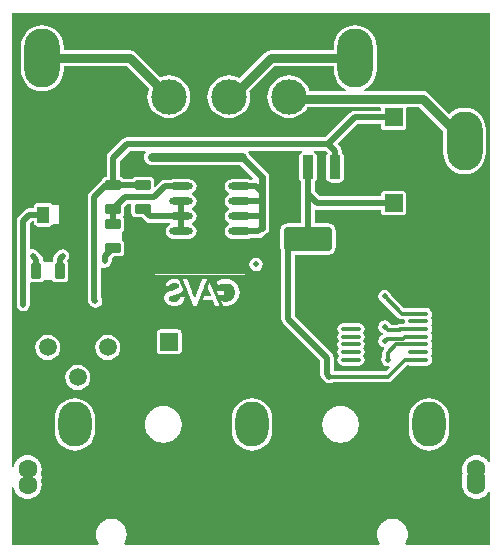
<source format=gbl>
G04 Layer_Physical_Order=2*
G04 Layer_Color=16711680*
%FSLAX24Y24*%
%MOIN*%
G70*
G01*
G75*
G04:AMPARAMS|DCode=20|XSize=51.2mil|YSize=31.5mil|CornerRadius=1.6mil|HoleSize=0mil|Usage=FLASHONLY|Rotation=180.000|XOffset=0mil|YOffset=0mil|HoleType=Round|Shape=RoundedRectangle|*
%AMROUNDEDRECTD20*
21,1,0.0512,0.0283,0,0,180.0*
21,1,0.0480,0.0315,0,0,180.0*
1,1,0.0032,-0.0240,0.0142*
1,1,0.0032,0.0240,0.0142*
1,1,0.0032,0.0240,-0.0142*
1,1,0.0032,-0.0240,-0.0142*
%
%ADD20ROUNDEDRECTD20*%
G04:AMPARAMS|DCode=21|XSize=51.2mil|YSize=31.5mil|CornerRadius=1.6mil|HoleSize=0mil|Usage=FLASHONLY|Rotation=270.000|XOffset=0mil|YOffset=0mil|HoleType=Round|Shape=RoundedRectangle|*
%AMROUNDEDRECTD21*
21,1,0.0512,0.0283,0,0,270.0*
21,1,0.0480,0.0315,0,0,270.0*
1,1,0.0032,-0.0142,-0.0240*
1,1,0.0032,-0.0142,0.0240*
1,1,0.0032,0.0142,0.0240*
1,1,0.0032,0.0142,-0.0240*
%
%ADD21ROUNDEDRECTD21*%
%ADD23C,0.0118*%
%ADD24C,0.0197*%
%ADD26C,0.0295*%
%ADD27C,0.0200*%
%ADD28C,0.0630*%
%ADD29O,0.1102X0.1496*%
%ADD30O,0.1614X0.1220*%
%ADD31O,0.1614X0.1181*%
%ADD32C,0.0600*%
%ADD33C,0.0591*%
%ADD34R,0.0591X0.0591*%
%ADD35R,0.0591X0.0591*%
%ADD36O,0.1181X0.1968*%
%ADD37C,0.1181*%
%ADD38C,0.0236*%
%ADD39C,0.0197*%
G04:AMPARAMS|DCode=40|XSize=160mil|YSize=80mil|CornerRadius=12mil|HoleSize=0mil|Usage=FLASHONLY|Rotation=180.000|XOffset=0mil|YOffset=0mil|HoleType=Round|Shape=RoundedRectangle|*
%AMROUNDEDRECTD40*
21,1,0.1600,0.0560,0,0,180.0*
21,1,0.1360,0.0800,0,0,180.0*
1,1,0.0240,-0.0680,0.0280*
1,1,0.0240,0.0680,0.0280*
1,1,0.0240,0.0680,-0.0280*
1,1,0.0240,-0.0680,-0.0280*
%
%ADD40ROUNDEDRECTD40*%
G04:AMPARAMS|DCode=41|XSize=36mil|YSize=80mil|CornerRadius=7.2mil|HoleSize=0mil|Usage=FLASHONLY|Rotation=180.000|XOffset=0mil|YOffset=0mil|HoleType=Round|Shape=RoundedRectangle|*
%AMROUNDEDRECTD41*
21,1,0.0360,0.0656,0,0,180.0*
21,1,0.0216,0.0800,0,0,180.0*
1,1,0.0144,-0.0108,0.0328*
1,1,0.0144,0.0108,0.0328*
1,1,0.0144,0.0108,-0.0328*
1,1,0.0144,-0.0108,-0.0328*
%
%ADD41ROUNDEDRECTD41*%
%ADD42O,0.0787X0.0236*%
G04:AMPARAMS|DCode=43|XSize=55.1mil|YSize=39.4mil|CornerRadius=2mil|HoleSize=0mil|Usage=FLASHONLY|Rotation=90.000|XOffset=0mil|YOffset=0mil|HoleType=Round|Shape=RoundedRectangle|*
%AMROUNDEDRECTD43*
21,1,0.0551,0.0354,0,0,90.0*
21,1,0.0512,0.0394,0,0,90.0*
1,1,0.0039,0.0177,0.0256*
1,1,0.0039,0.0177,-0.0256*
1,1,0.0039,-0.0177,-0.0256*
1,1,0.0039,-0.0177,0.0256*
%
%ADD43ROUNDEDRECTD43*%
%ADD44O,0.0669X0.0138*%
%ADD45C,0.0010*%
%ADD46C,0.0236*%
G36*
X15919Y-14932D02*
X15913Y-14934D01*
X15865Y-14939D01*
X15863Y-14936D01*
X15858Y-14925D01*
X15801Y-14851D01*
X15792Y-14843D01*
X15790Y-14840D01*
X15787Y-14838D01*
X15779Y-14829D01*
X15705Y-14772D01*
X15694Y-14767D01*
X15691Y-14764D01*
X15687Y-14763D01*
X15678Y-14756D01*
X15591Y-14721D01*
X15580Y-14718D01*
X15576Y-14717D01*
X15572Y-14716D01*
X15561Y-14713D01*
X15468Y-14700D01*
X15461Y-14701D01*
X15453Y-14699D01*
X15445Y-14701D01*
X15437Y-14700D01*
X15345Y-14713D01*
X15333Y-14716D01*
X15329Y-14717D01*
X15326Y-14718D01*
X15314Y-14721D01*
X15228Y-14756D01*
X15218Y-14763D01*
X15215Y-14764D01*
X15211Y-14767D01*
X15201Y-14772D01*
X15127Y-14829D01*
X15119Y-14838D01*
X15116Y-14840D01*
X15113Y-14843D01*
X15105Y-14851D01*
X15048Y-14925D01*
X15042Y-14936D01*
X15040Y-14939D01*
X15039Y-14943D01*
X15032Y-14952D01*
X14996Y-15039D01*
X14994Y-15050D01*
X14992Y-15054D01*
X14992Y-15058D01*
X14988Y-15069D01*
X14976Y-15161D01*
X14977Y-15173D01*
X14976Y-15177D01*
X14977Y-15181D01*
X14976Y-15193D01*
X14988Y-15285D01*
X14992Y-15297D01*
X14992Y-15301D01*
X14994Y-15304D01*
X14996Y-15315D01*
X14994Y-15326D01*
X14992Y-15329D01*
X14992Y-15333D01*
X14988Y-15345D01*
X14976Y-15437D01*
X14977Y-15449D01*
X14976Y-15453D01*
X14977Y-15457D01*
X14976Y-15468D01*
X14988Y-15561D01*
X14992Y-15571D01*
X14988Y-15581D01*
X14976Y-15673D01*
X14977Y-15685D01*
X14976Y-15689D01*
X14977Y-15693D01*
X14976Y-15705D01*
X14988Y-15797D01*
X14992Y-15808D01*
X14992Y-15812D01*
X14994Y-15816D01*
X14996Y-15828D01*
X15032Y-15914D01*
X15039Y-15924D01*
X15040Y-15927D01*
X15042Y-15930D01*
X15048Y-15941D01*
X15105Y-16015D01*
X15113Y-16023D01*
X15116Y-16026D01*
X15119Y-16028D01*
X15127Y-16037D01*
X15201Y-16094D01*
X15211Y-16099D01*
X15215Y-16102D01*
X15218Y-16103D01*
X15228Y-16110D01*
X15314Y-16145D01*
X15326Y-16148D01*
X15329Y-16149D01*
X15333Y-16150D01*
X15345Y-16154D01*
X15437Y-16166D01*
X15445Y-16165D01*
X15453Y-16167D01*
X15461Y-16165D01*
X15468Y-16166D01*
X15561Y-16154D01*
X15572Y-16150D01*
X15576Y-16149D01*
X15580Y-16148D01*
X15591Y-16145D01*
X15678Y-16110D01*
X15687Y-16103D01*
X15691Y-16102D01*
X15694Y-16099D01*
X15705Y-16094D01*
X15779Y-16037D01*
X15787Y-16028D01*
X15790Y-16026D01*
X15792Y-16023D01*
X15801Y-16015D01*
X15858Y-15941D01*
X15863Y-15930D01*
X15865Y-15927D01*
X15913Y-15932D01*
X15919Y-15934D01*
Y-17689D01*
X13097D01*
X13074Y-17644D01*
X13097Y-17614D01*
X13102Y-17604D01*
X13105Y-17601D01*
X13106Y-17597D01*
X13113Y-17587D01*
X13152Y-17491D01*
X13155Y-17480D01*
X13156Y-17476D01*
X13157Y-17472D01*
X13160Y-17461D01*
X13174Y-17358D01*
X13173Y-17346D01*
X13174Y-17343D01*
X13173Y-17339D01*
X13174Y-17327D01*
X13160Y-17224D01*
X13157Y-17213D01*
X13156Y-17209D01*
X13155Y-17205D01*
X13152Y-17194D01*
X13113Y-17098D01*
X13106Y-17088D01*
X13105Y-17084D01*
X13102Y-17081D01*
X13097Y-17071D01*
X13034Y-16988D01*
X13025Y-16981D01*
X13023Y-16977D01*
X13019Y-16975D01*
X13012Y-16966D01*
X12929Y-16903D01*
X12919Y-16898D01*
X12916Y-16895D01*
X12912Y-16894D01*
X12902Y-16887D01*
X12806Y-16848D01*
X12795Y-16845D01*
X12791Y-16844D01*
X12787Y-16843D01*
X12776Y-16840D01*
X12673Y-16826D01*
X12665Y-16827D01*
X12657Y-16825D01*
X12650Y-16827D01*
X12642Y-16826D01*
X12539Y-16840D01*
X12528Y-16843D01*
X12524Y-16844D01*
X12520Y-16845D01*
X12509Y-16848D01*
X12413Y-16887D01*
X12403Y-16894D01*
X12399Y-16895D01*
X12396Y-16898D01*
X12386Y-16903D01*
X12303Y-16966D01*
X12296Y-16975D01*
X12292Y-16977D01*
X12290Y-16981D01*
X12281Y-16988D01*
X12218Y-17071D01*
X12213Y-17081D01*
X12210Y-17084D01*
X12209Y-17088D01*
X12202Y-17098D01*
X12163Y-17194D01*
X12160Y-17205D01*
X12159Y-17209D01*
X12158Y-17213D01*
X12155Y-17224D01*
X12141Y-17327D01*
X12142Y-17339D01*
X12141Y-17343D01*
X12142Y-17346D01*
X12141Y-17358D01*
X12155Y-17461D01*
X12158Y-17472D01*
X12159Y-17476D01*
X12160Y-17480D01*
X12163Y-17491D01*
X12202Y-17587D01*
X12209Y-17597D01*
X12210Y-17601D01*
X12213Y-17604D01*
X12218Y-17614D01*
X12241Y-17644D01*
X12218Y-17689D01*
X3726D01*
X3704Y-17644D01*
X3727Y-17614D01*
X3732Y-17604D01*
X3734Y-17601D01*
X3736Y-17597D01*
X3743Y-17587D01*
X3782Y-17491D01*
X3785Y-17480D01*
X3786Y-17476D01*
X3787Y-17472D01*
X3790Y-17461D01*
X3804Y-17358D01*
X3803Y-17346D01*
X3804Y-17343D01*
X3803Y-17339D01*
X3804Y-17327D01*
X3790Y-17224D01*
X3787Y-17213D01*
X3786Y-17209D01*
X3785Y-17205D01*
X3782Y-17194D01*
X3743Y-17098D01*
X3736Y-17088D01*
X3734Y-17084D01*
X3732Y-17081D01*
X3727Y-17071D01*
X3664Y-16988D01*
X3655Y-16981D01*
X3652Y-16977D01*
X3649Y-16975D01*
X3641Y-16966D01*
X3559Y-16903D01*
X3549Y-16898D01*
X3546Y-16895D01*
X3542Y-16894D01*
X3532Y-16887D01*
X3436Y-16848D01*
X3425Y-16845D01*
X3421Y-16844D01*
X3417Y-16843D01*
X3406Y-16840D01*
X3303Y-16826D01*
X3295Y-16827D01*
X3287Y-16825D01*
X3280Y-16827D01*
X3272Y-16826D01*
X3169Y-16840D01*
X3158Y-16843D01*
X3154Y-16844D01*
X3150Y-16845D01*
X3139Y-16848D01*
X3043Y-16887D01*
X3033Y-16894D01*
X3029Y-16895D01*
X3026Y-16898D01*
X3016Y-16903D01*
X2933Y-16966D01*
X2925Y-16975D01*
X2922Y-16977D01*
X2920Y-16981D01*
X2911Y-16988D01*
X2848Y-17071D01*
X2843Y-17081D01*
X2840Y-17084D01*
X2839Y-17088D01*
X2832Y-17098D01*
X2793Y-17194D01*
X2790Y-17205D01*
X2789Y-17209D01*
X2788Y-17213D01*
X2784Y-17224D01*
X2771Y-17327D01*
X2772Y-17339D01*
X2771Y-17343D01*
X2772Y-17346D01*
X2771Y-17358D01*
X2784Y-17461D01*
X2788Y-17472D01*
X2789Y-17476D01*
X2790Y-17480D01*
X2793Y-17491D01*
X2832Y-17587D01*
X2839Y-17597D01*
X2840Y-17601D01*
X2843Y-17604D01*
X2848Y-17614D01*
X2870Y-17644D01*
X2848Y-17689D01*
X-26D01*
Y-15771D01*
X24Y-15768D01*
X28Y-15797D01*
X31Y-15808D01*
X32Y-15812D01*
X33Y-15816D01*
X36Y-15828D01*
X71Y-15914D01*
X78Y-15924D01*
X79Y-15927D01*
X82Y-15930D01*
X87Y-15941D01*
X144Y-16015D01*
X153Y-16023D01*
X155Y-16026D01*
X158Y-16028D01*
X166Y-16037D01*
X240Y-16094D01*
X251Y-16099D01*
X254Y-16102D01*
X257Y-16103D01*
X267Y-16110D01*
X354Y-16145D01*
X365Y-16148D01*
X369Y-16149D01*
X373Y-16150D01*
X384Y-16154D01*
X476Y-16166D01*
X484Y-16165D01*
X492Y-16167D01*
X500Y-16165D01*
X508Y-16166D01*
X600Y-16154D01*
X612Y-16150D01*
X615Y-16149D01*
X619Y-16148D01*
X631Y-16145D01*
X717Y-16110D01*
X727Y-16103D01*
X730Y-16102D01*
X733Y-16099D01*
X744Y-16094D01*
X818Y-16037D01*
X826Y-16028D01*
X829Y-16026D01*
X831Y-16023D01*
X840Y-16015D01*
X897Y-15941D01*
X902Y-15930D01*
X905Y-15927D01*
X906Y-15924D01*
X913Y-15914D01*
X949Y-15828D01*
X951Y-15816D01*
X952Y-15812D01*
X953Y-15808D01*
X957Y-15797D01*
X969Y-15705D01*
X968Y-15693D01*
X969Y-15689D01*
X968Y-15685D01*
X969Y-15673D01*
X957Y-15581D01*
X953Y-15571D01*
X957Y-15561D01*
X969Y-15468D01*
X968Y-15457D01*
X969Y-15453D01*
X968Y-15449D01*
X969Y-15437D01*
X957Y-15345D01*
X953Y-15333D01*
X952Y-15329D01*
X951Y-15326D01*
X949Y-15315D01*
X951Y-15304D01*
X952Y-15301D01*
X953Y-15297D01*
X957Y-15285D01*
X969Y-15193D01*
X968Y-15181D01*
X969Y-15177D01*
X968Y-15173D01*
X969Y-15161D01*
X957Y-15069D01*
X953Y-15058D01*
X952Y-15054D01*
X951Y-15050D01*
X949Y-15039D01*
X913Y-14952D01*
X906Y-14943D01*
X905Y-14939D01*
X902Y-14936D01*
X897Y-14925D01*
X840Y-14851D01*
X831Y-14843D01*
X829Y-14840D01*
X826Y-14838D01*
X818Y-14829D01*
X744Y-14772D01*
X733Y-14767D01*
X730Y-14764D01*
X727Y-14763D01*
X717Y-14756D01*
X631Y-14721D01*
X619Y-14718D01*
X615Y-14717D01*
X612Y-14716D01*
X600Y-14713D01*
X508Y-14700D01*
X500Y-14701D01*
X492Y-14699D01*
X484Y-14701D01*
X476Y-14700D01*
X384Y-14713D01*
X373Y-14716D01*
X369Y-14717D01*
X365Y-14718D01*
X354Y-14721D01*
X267Y-14756D01*
X257Y-14763D01*
X254Y-14764D01*
X251Y-14767D01*
X240Y-14772D01*
X166Y-14829D01*
X158Y-14838D01*
X155Y-14840D01*
X153Y-14843D01*
X144Y-14851D01*
X87Y-14925D01*
X82Y-14936D01*
X79Y-14939D01*
X78Y-14943D01*
X71Y-14952D01*
X36Y-15039D01*
X33Y-15050D01*
X32Y-15054D01*
X31Y-15058D01*
X28Y-15069D01*
X24Y-15099D01*
X-26Y-15095D01*
Y28D01*
X15919D01*
Y-14932D01*
D02*
G37*
%LPC*%
G36*
X10925Y-13064D02*
X10917Y-13066D01*
X10909Y-13065D01*
X10781Y-13082D01*
X10766Y-13087D01*
X10751Y-13090D01*
X10697Y-13113D01*
X10691Y-13115D01*
X10685Y-13118D01*
X10631Y-13140D01*
X10618Y-13149D01*
X10604Y-13156D01*
X10501Y-13235D01*
X10491Y-13246D01*
X10479Y-13257D01*
X10400Y-13360D01*
X10393Y-13374D01*
X10384Y-13387D01*
X10362Y-13441D01*
X10359Y-13446D01*
X10357Y-13453D01*
X10334Y-13507D01*
X10331Y-13522D01*
X10326Y-13537D01*
X10309Y-13665D01*
X10310Y-13681D01*
X10309Y-13697D01*
X10326Y-13825D01*
X10331Y-13840D01*
X10334Y-13856D01*
X10357Y-13910D01*
X10359Y-13916D01*
X10362Y-13922D01*
X10384Y-13975D01*
X10393Y-13988D01*
X10400Y-14003D01*
X10479Y-14105D01*
X10491Y-14116D01*
X10501Y-14128D01*
X10604Y-14207D01*
X10618Y-14213D01*
X10631Y-14222D01*
X10685Y-14245D01*
X10691Y-14248D01*
X10697Y-14250D01*
X10751Y-14272D01*
X10766Y-14275D01*
X10781Y-14280D01*
X10909Y-14297D01*
X10917Y-14296D01*
X10925Y-14298D01*
X10933Y-14296D01*
X10941Y-14297D01*
X11069Y-14280D01*
X11084Y-14275D01*
X11100Y-14272D01*
X11154Y-14250D01*
X11160Y-14248D01*
X11166Y-14245D01*
X11219Y-14222D01*
X11233Y-14213D01*
X11247Y-14207D01*
X11349Y-14128D01*
X11360Y-14116D01*
X11372Y-14105D01*
X11451Y-14003D01*
X11458Y-13988D01*
X11466Y-13975D01*
X11489Y-13922D01*
X11492Y-13916D01*
X11494Y-13910D01*
X11516Y-13856D01*
X11519Y-13840D01*
X11524Y-13825D01*
X11541Y-13697D01*
X11540Y-13681D01*
X11541Y-13665D01*
X11524Y-13537D01*
X11519Y-13522D01*
X11516Y-13507D01*
X11494Y-13453D01*
X11492Y-13446D01*
X11489Y-13441D01*
X11466Y-13387D01*
X11458Y-13374D01*
X11451Y-13360D01*
X11372Y-13257D01*
X11360Y-13246D01*
X11350Y-13235D01*
X11247Y-13156D01*
X11233Y-13149D01*
X11219Y-13140D01*
X11166Y-13118D01*
X11160Y-13115D01*
X11154Y-13113D01*
X11100Y-13090D01*
X11084Y-13087D01*
X11069Y-13082D01*
X10941Y-13065D01*
X10933Y-13066D01*
X10925Y-13064D01*
D02*
G37*
G36*
X2165Y-11697D02*
X2057Y-11711D01*
X1957Y-11753D01*
X1871Y-11819D01*
X1804Y-11906D01*
X1763Y-12006D01*
X1748Y-12114D01*
X1763Y-12222D01*
X1804Y-12323D01*
X1871Y-12409D01*
X1957Y-12475D01*
X2057Y-12517D01*
X2165Y-12531D01*
X2273Y-12517D01*
X2374Y-12475D01*
X2460Y-12409D01*
X2526Y-12323D01*
X2568Y-12222D01*
X2582Y-12114D01*
X2568Y-12006D01*
X2526Y-11906D01*
X2460Y-11819D01*
X2374Y-11753D01*
X2273Y-11711D01*
X2165Y-11697D01*
D02*
G37*
G36*
X11545Y-10311D02*
X11014D01*
X10941Y-10326D01*
X10879Y-10367D01*
X10838Y-10429D01*
X10823Y-10502D01*
X10838Y-10575D01*
X10874Y-10630D01*
X10838Y-10685D01*
X10823Y-10758D01*
X10838Y-10831D01*
X10874Y-10886D01*
X10838Y-10941D01*
X10823Y-11014D01*
X10838Y-11087D01*
X10874Y-11142D01*
X10838Y-11197D01*
X10823Y-11270D01*
X10838Y-11343D01*
X10874Y-11398D01*
X10838Y-11453D01*
X10823Y-11526D01*
X10838Y-11599D01*
X10879Y-11660D01*
X10941Y-11702D01*
X11014Y-11716D01*
X11545D01*
X11618Y-11702D01*
X11680Y-11660D01*
X11721Y-11599D01*
X11736Y-11526D01*
X11721Y-11453D01*
X11685Y-11398D01*
X11721Y-11343D01*
X11736Y-11270D01*
X11721Y-11197D01*
X11685Y-11142D01*
X11721Y-11087D01*
X11736Y-11014D01*
X11721Y-10941D01*
X11685Y-10886D01*
X11721Y-10831D01*
X11736Y-10758D01*
X11721Y-10685D01*
X11685Y-10630D01*
X11721Y-10575D01*
X11736Y-10502D01*
X11721Y-10429D01*
X11680Y-10367D01*
X11618Y-10326D01*
X11545Y-10311D01*
D02*
G37*
G36*
X5020Y-13064D02*
X5012Y-13066D01*
X5004Y-13065D01*
X4875Y-13082D01*
X4861Y-13087D01*
X4845Y-13090D01*
X4791Y-13113D01*
X4785Y-13115D01*
X4779Y-13118D01*
X4725Y-13140D01*
X4712Y-13149D01*
X4698Y-13156D01*
X4595Y-13235D01*
X4585Y-13246D01*
X4573Y-13257D01*
X4494Y-13360D01*
X4487Y-13374D01*
X4479Y-13387D01*
X4456Y-13441D01*
X4453Y-13446D01*
X4451Y-13453D01*
X4429Y-13507D01*
X4426Y-13522D01*
X4421Y-13537D01*
X4404Y-13665D01*
X4405Y-13681D01*
X4404Y-13697D01*
X4421Y-13825D01*
X4426Y-13840D01*
X4429Y-13856D01*
X4451Y-13910D01*
X4453Y-13916D01*
X4456Y-13922D01*
X4479Y-13975D01*
X4487Y-13988D01*
X4494Y-14003D01*
X4573Y-14105D01*
X4585Y-14116D01*
X4595Y-14128D01*
X4698Y-14207D01*
X4712Y-14213D01*
X4725Y-14222D01*
X4779Y-14245D01*
X4785Y-14248D01*
X4791Y-14250D01*
X4845Y-14272D01*
X4861Y-14275D01*
X4875Y-14280D01*
X5004Y-14297D01*
X5012Y-14296D01*
X5020Y-14298D01*
X5027Y-14296D01*
X5035Y-14297D01*
X5164Y-14280D01*
X5179Y-14275D01*
X5194Y-14272D01*
X5248Y-14250D01*
X5254Y-14248D01*
X5260Y-14245D01*
X5314Y-14222D01*
X5327Y-14213D01*
X5341Y-14207D01*
X5444Y-14128D01*
X5454Y-14116D01*
X5466Y-14105D01*
X5545Y-14003D01*
X5552Y-13988D01*
X5561Y-13975D01*
X5583Y-13922D01*
X5586Y-13916D01*
X5588Y-13910D01*
X5610Y-13856D01*
X5613Y-13840D01*
X5619Y-13825D01*
X5635Y-13697D01*
X5634Y-13681D01*
X5635Y-13665D01*
X5619Y-13537D01*
X5613Y-13522D01*
X5610Y-13507D01*
X5588Y-13453D01*
X5586Y-13446D01*
X5583Y-13441D01*
X5561Y-13387D01*
X5552Y-13374D01*
X5545Y-13360D01*
X5466Y-13257D01*
X5454Y-13246D01*
X5444Y-13235D01*
X5341Y-13156D01*
X5327Y-13149D01*
X5314Y-13140D01*
X5260Y-13118D01*
X5254Y-13115D01*
X5248Y-13113D01*
X5194Y-13090D01*
X5179Y-13087D01*
X5164Y-13082D01*
X5035Y-13065D01*
X5027Y-13066D01*
X5020Y-13064D01*
D02*
G37*
G36*
X2067Y-12812D02*
X1936Y-12825D01*
X1810Y-12863D01*
X1693Y-12925D01*
X1591Y-13009D01*
X1508Y-13111D01*
X1446Y-13227D01*
X1407Y-13353D01*
X1394Y-13484D01*
Y-13878D01*
X1407Y-14009D01*
X1446Y-14135D01*
X1508Y-14252D01*
X1591Y-14353D01*
X1693Y-14437D01*
X1810Y-14499D01*
X1936Y-14538D01*
X2067Y-14550D01*
X2198Y-14538D01*
X2324Y-14499D01*
X2441Y-14437D01*
X2542Y-14353D01*
X2626Y-14252D01*
X2688Y-14135D01*
X2727Y-14009D01*
X2739Y-13878D01*
Y-13484D01*
X2727Y-13353D01*
X2688Y-13227D01*
X2626Y-13111D01*
X2542Y-13009D01*
X2441Y-12925D01*
X2324Y-12863D01*
X2198Y-12825D01*
X2067Y-12812D01*
D02*
G37*
G36*
X7972D02*
X7841Y-12825D01*
X7715Y-12863D01*
X7599Y-12925D01*
X7497Y-13009D01*
X7413Y-13111D01*
X7351Y-13227D01*
X7313Y-13353D01*
X7300Y-13484D01*
Y-13878D01*
X7313Y-14009D01*
X7351Y-14135D01*
X7413Y-14252D01*
X7497Y-14353D01*
X7599Y-14437D01*
X7715Y-14499D01*
X7841Y-14538D01*
X7972Y-14550D01*
X8104Y-14538D01*
X8230Y-14499D01*
X8346Y-14437D01*
X8448Y-14353D01*
X8532Y-14252D01*
X8594Y-14135D01*
X8632Y-14009D01*
X8645Y-13878D01*
Y-13484D01*
X8632Y-13353D01*
X8594Y-13227D01*
X8532Y-13111D01*
X8448Y-13009D01*
X8346Y-12925D01*
X8230Y-12863D01*
X8104Y-12825D01*
X7972Y-12812D01*
D02*
G37*
G36*
X13878D02*
X13747Y-12825D01*
X13621Y-12863D01*
X13504Y-12925D01*
X13402Y-13009D01*
X13319Y-13111D01*
X13257Y-13227D01*
X13218Y-13353D01*
X13205Y-13484D01*
Y-13878D01*
X13218Y-14009D01*
X13257Y-14135D01*
X13319Y-14252D01*
X13402Y-14353D01*
X13504Y-14437D01*
X13621Y-14499D01*
X13747Y-14538D01*
X13878Y-14550D01*
X14009Y-14538D01*
X14135Y-14499D01*
X14252Y-14437D01*
X14353Y-14353D01*
X14437Y-14252D01*
X14499Y-14135D01*
X14538Y-14009D01*
X14550Y-13878D01*
Y-13484D01*
X14538Y-13353D01*
X14499Y-13227D01*
X14437Y-13111D01*
X14353Y-13009D01*
X14252Y-12925D01*
X14135Y-12863D01*
X14009Y-12825D01*
X13878Y-12812D01*
D02*
G37*
G36*
X1201Y-6297D02*
X846D01*
X793Y-6307D01*
X747Y-6338D01*
X717Y-6383D01*
X706Y-6437D01*
Y-6472D01*
X551D01*
X467Y-6489D01*
X395Y-6537D01*
X198Y-6734D01*
X150Y-6805D01*
X134Y-6890D01*
Y-9685D01*
X150Y-9770D01*
X198Y-9841D01*
X270Y-9889D01*
X354Y-9906D01*
X439Y-9889D01*
X510Y-9841D01*
X558Y-9770D01*
X575Y-9685D01*
Y-8973D01*
X625Y-8936D01*
X646Y-8940D01*
X929D01*
X981Y-8929D01*
X1026Y-8900D01*
X1053Y-8858D01*
X1309D01*
X1337Y-8900D01*
X1381Y-8929D01*
X1433Y-8940D01*
X1717D01*
X1769Y-8929D01*
X1813Y-8900D01*
X1843Y-8855D01*
X1853Y-8803D01*
Y-8323D01*
X1843Y-8271D01*
X1813Y-8226D01*
X1813Y-8224D01*
X1821Y-8215D01*
X1869Y-8144D01*
X1886Y-8059D01*
X1869Y-7975D01*
X1821Y-7903D01*
X1750Y-7855D01*
X1665Y-7838D01*
X1581Y-7855D01*
X1509Y-7903D01*
X1419Y-7993D01*
X1371Y-8065D01*
X1354Y-8150D01*
Y-8215D01*
X1337Y-8226D01*
X1309Y-8268D01*
X1053D01*
X1026Y-8226D01*
X1010Y-8216D01*
Y-8189D01*
X1010Y-8189D01*
X993Y-8104D01*
X945Y-8032D01*
X945Y-8032D01*
X823Y-7910D01*
X750Y-7861D01*
X665Y-7845D01*
X625Y-7853D01*
X575Y-7812D01*
Y-6981D01*
X643Y-6914D01*
X706D01*
Y-6949D01*
X717Y-7003D01*
X747Y-7048D01*
X793Y-7079D01*
X846Y-7089D01*
X1201D01*
X1255Y-7079D01*
X1300Y-7048D01*
X1327Y-7008D01*
X1535D01*
Y-6378D01*
X1327D01*
X1300Y-6338D01*
X1255Y-6307D01*
X1201Y-6297D01*
D02*
G37*
G36*
X8110Y-8126D02*
X8026Y-8142D01*
X7954Y-8190D01*
X7906Y-8262D01*
X7889Y-8346D01*
X7906Y-8431D01*
X7954Y-8503D01*
X8026Y-8550D01*
X8110Y-8567D01*
X8195Y-8550D01*
X8266Y-8503D01*
X8314Y-8431D01*
X8331Y-8346D01*
X8314Y-8262D01*
X8266Y-8190D01*
X8195Y-8142D01*
X8110Y-8126D01*
D02*
G37*
G36*
X11417Y-371D02*
X11278Y-384D01*
X11145Y-425D01*
X11022Y-491D01*
X10914Y-579D01*
X10825Y-687D01*
X10759Y-810D01*
X10719Y-944D01*
X10705Y-1083D01*
Y-1208D01*
X8602D01*
X8602Y-1208D01*
X8568Y-1213D01*
X8533Y-1217D01*
X8468Y-1244D01*
X8413Y-1287D01*
X8413Y-1287D01*
X7557Y-2143D01*
X7473Y-2098D01*
X7340Y-2057D01*
X7201Y-2044D01*
X7062Y-2057D01*
X6928Y-2098D01*
X6805Y-2164D01*
X6697Y-2252D01*
X6609Y-2360D01*
X6543Y-2483D01*
X6502Y-2617D01*
X6489Y-2756D01*
X6502Y-2895D01*
X6543Y-3028D01*
X6609Y-3152D01*
X6697Y-3259D01*
X6805Y-3348D01*
X6928Y-3414D01*
X7062Y-3454D01*
X7201Y-3468D01*
X7340Y-3454D01*
X7473Y-3414D01*
X7596Y-3348D01*
X7704Y-3259D01*
X7793Y-3152D01*
X7859Y-3028D01*
X7899Y-2895D01*
X7913Y-2756D01*
X7899Y-2617D01*
X7886Y-2572D01*
X8713Y-1744D01*
X10705D01*
Y-1870D01*
X10719Y-2009D01*
X10759Y-2143D01*
X10825Y-2266D01*
X10914Y-2374D01*
X11022Y-2462D01*
X11124Y-2517D01*
X11111Y-2567D01*
X9884D01*
X9859Y-2483D01*
X9793Y-2360D01*
X9704Y-2252D01*
X9596Y-2164D01*
X9473Y-2098D01*
X9340Y-2057D01*
X9201Y-2044D01*
X9062Y-2057D01*
X8928Y-2098D01*
X8805Y-2164D01*
X8697Y-2252D01*
X8609Y-2360D01*
X8543Y-2483D01*
X8502Y-2617D01*
X8489Y-2756D01*
X8502Y-2895D01*
X8543Y-3028D01*
X8609Y-3152D01*
X8697Y-3259D01*
X8805Y-3348D01*
X8928Y-3414D01*
X9062Y-3454D01*
X9201Y-3468D01*
X9340Y-3454D01*
X9473Y-3414D01*
X9596Y-3348D01*
X9704Y-3259D01*
X9793Y-3152D01*
X9819Y-3103D01*
X12240D01*
X12281Y-3150D01*
Y-3224D01*
X11398D01*
X11313Y-3241D01*
X11242Y-3289D01*
X10420Y-4110D01*
X3819D01*
X3734Y-4127D01*
X3663Y-4175D01*
X3190Y-4647D01*
X3142Y-4719D01*
X3126Y-4803D01*
Y-5430D01*
X3106D01*
X3054Y-5441D01*
X3010Y-5470D01*
X2980Y-5515D01*
X2976Y-5538D01*
X2954Y-5553D01*
X2560Y-5946D01*
X2513Y-6018D01*
X2496Y-6102D01*
Y-9528D01*
X2513Y-9612D01*
X2560Y-9684D01*
X2600Y-9723D01*
X2671Y-9771D01*
X2756Y-9788D01*
X2840Y-9771D01*
X2912Y-9723D01*
X2960Y-9651D01*
X2977Y-9567D01*
X2960Y-9482D01*
X2937Y-9449D01*
Y-8453D01*
X2981Y-8429D01*
X2986Y-8432D01*
X3071Y-8449D01*
X3155Y-8432D01*
X3227Y-8384D01*
X3275Y-8313D01*
X3292Y-8228D01*
Y-8162D01*
X3380Y-8074D01*
X3587D01*
X3639Y-8063D01*
X3683Y-8034D01*
X3713Y-7989D01*
X3723Y-7937D01*
Y-7654D01*
X3713Y-7601D01*
X3683Y-7557D01*
X3642Y-7529D01*
Y-7274D01*
X3683Y-7246D01*
X3713Y-7202D01*
X3723Y-7150D01*
Y-6866D01*
X3713Y-6814D01*
X3683Y-6770D01*
X3690Y-6724D01*
X3713Y-6690D01*
X3723Y-6638D01*
Y-6432D01*
X3832Y-6323D01*
X3928D01*
X3954Y-6354D01*
Y-6638D01*
X3964Y-6690D01*
X3994Y-6734D01*
X4038Y-6764D01*
X4091Y-6774D01*
X4297D01*
X4425Y-6902D01*
X4496Y-6950D01*
X4581Y-6967D01*
X5240D01*
X5242Y-6969D01*
X5252Y-6971D01*
Y-7022D01*
X5242Y-7024D01*
X5164Y-7076D01*
X5112Y-7154D01*
X5094Y-7246D01*
X5112Y-7338D01*
X5164Y-7416D01*
X5242Y-7469D01*
X5335Y-7487D01*
X5886D01*
X5978Y-7469D01*
X6056Y-7416D01*
X6108Y-7338D01*
X6127Y-7246D01*
X6108Y-7154D01*
X6056Y-7076D01*
X5978Y-7024D01*
X5968Y-7022D01*
Y-6971D01*
X5978Y-6969D01*
X6056Y-6916D01*
X6108Y-6838D01*
X6127Y-6746D01*
X6108Y-6654D01*
X6056Y-6576D01*
X5978Y-6524D01*
X5968Y-6522D01*
Y-6471D01*
X5978Y-6469D01*
X6056Y-6416D01*
X6108Y-6338D01*
X6127Y-6246D01*
X6108Y-6154D01*
X6056Y-6076D01*
X5978Y-6024D01*
X5968Y-6022D01*
Y-5971D01*
X5978Y-5969D01*
X6056Y-5916D01*
X6108Y-5838D01*
X6127Y-5746D01*
X6108Y-5654D01*
X6056Y-5576D01*
X5978Y-5524D01*
X5886Y-5505D01*
X5335D01*
X5242Y-5524D01*
X5240Y-5525D01*
X5081D01*
X4996Y-5542D01*
X4925Y-5590D01*
X4754Y-5761D01*
X4707Y-5742D01*
Y-5567D01*
X4697Y-5515D01*
X4667Y-5470D01*
X4623Y-5441D01*
X4571Y-5430D01*
X4091D01*
X4038Y-5441D01*
X3994Y-5470D01*
X3982Y-5488D01*
X3695D01*
X3683Y-5470D01*
X3639Y-5441D01*
X3587Y-5430D01*
X3567D01*
Y-4895D01*
X3910Y-4551D01*
X4411D01*
X4435Y-4601D01*
X4414Y-4630D01*
X4387Y-4694D01*
X4378Y-4764D01*
X4387Y-4833D01*
X4414Y-4898D01*
X4456Y-4953D01*
X4512Y-4996D01*
X4576Y-5023D01*
X4646Y-5032D01*
X7565D01*
X8002Y-5469D01*
X7984Y-5517D01*
X7947Y-5524D01*
X7946Y-5524D01*
X7854Y-5505D01*
X7303D01*
X7211Y-5524D01*
X7133Y-5576D01*
X7081Y-5654D01*
X7062Y-5746D01*
X7081Y-5838D01*
X7133Y-5916D01*
X7211Y-5969D01*
X7221Y-5971D01*
Y-6022D01*
X7211Y-6024D01*
X7133Y-6076D01*
X7081Y-6154D01*
X7062Y-6246D01*
X7081Y-6338D01*
X7133Y-6416D01*
X7211Y-6469D01*
X7221Y-6471D01*
Y-6522D01*
X7211Y-6524D01*
X7133Y-6576D01*
X7081Y-6654D01*
X7062Y-6746D01*
X7081Y-6838D01*
X7133Y-6916D01*
X7211Y-6969D01*
X7221Y-6971D01*
Y-7022D01*
X7211Y-7024D01*
X7133Y-7076D01*
X7081Y-7154D01*
X7062Y-7246D01*
X7081Y-7338D01*
X7133Y-7416D01*
X7211Y-7469D01*
X7303Y-7487D01*
X7854D01*
X7946Y-7469D01*
X7949Y-7467D01*
X8187D01*
X8271Y-7450D01*
X8343Y-7402D01*
X8396Y-7349D01*
X8399Y-7348D01*
X8477Y-7296D01*
X8530Y-7218D01*
X8548Y-7126D01*
Y-6732D01*
Y-5945D01*
Y-5433D01*
X8530Y-5341D01*
X8477Y-5263D01*
X7888Y-4673D01*
X7870Y-4630D01*
X7848Y-4601D01*
X7873Y-4551D01*
X9631D01*
X9646Y-4601D01*
X9597Y-4634D01*
X9555Y-4697D01*
X9541Y-4771D01*
Y-5427D01*
X9555Y-5501D01*
X9597Y-5564D01*
X9622Y-5581D01*
Y-5984D01*
Y-6976D01*
X9163D01*
X9070Y-6995D01*
X8991Y-7048D01*
X8938Y-7126D01*
X8920Y-7219D01*
Y-7779D01*
X8938Y-7872D01*
X8952Y-7893D01*
Y-10157D01*
X8969Y-10242D01*
X9017Y-10314D01*
X10252Y-11548D01*
Y-12008D01*
X10268Y-12092D01*
X10316Y-12164D01*
X10395Y-12243D01*
X10467Y-12291D01*
X10551Y-12307D01*
X10636Y-12291D01*
X10671Y-12267D01*
X12520D01*
X12589Y-12254D01*
X12647Y-12214D01*
X13156Y-11706D01*
X13207D01*
X13258Y-11716D01*
X13789D01*
X13862Y-11702D01*
X13924Y-11660D01*
X13966Y-11599D01*
X13980Y-11526D01*
X13966Y-11453D01*
X13929Y-11398D01*
X13966Y-11343D01*
X13980Y-11270D01*
X13966Y-11197D01*
X13929Y-11142D01*
X13966Y-11087D01*
X13980Y-11014D01*
X13966Y-10941D01*
X13929Y-10886D01*
X13966Y-10831D01*
X13980Y-10758D01*
X13966Y-10685D01*
X13929Y-10630D01*
X13966Y-10575D01*
X13980Y-10502D01*
X13966Y-10429D01*
X13929Y-10374D01*
X13966Y-10319D01*
X13980Y-10246D01*
X13966Y-10173D01*
X13929Y-10118D01*
X13966Y-10063D01*
X13980Y-9990D01*
X13966Y-9917D01*
X13924Y-9855D01*
X13862Y-9814D01*
X13789Y-9799D01*
X13258D01*
X13207Y-9810D01*
X13057D01*
X12614Y-9366D01*
X12606Y-9325D01*
X12558Y-9253D01*
X12486Y-9205D01*
X12402Y-9189D01*
X12317Y-9205D01*
X12245Y-9253D01*
X12198Y-9325D01*
X12181Y-9409D01*
X12198Y-9494D01*
X12245Y-9566D01*
X12317Y-9613D01*
X12358Y-9622D01*
X12855Y-10118D01*
X12913Y-10157D01*
X12982Y-10171D01*
X13031D01*
X13072Y-10221D01*
X13067Y-10246D01*
X13072Y-10271D01*
X13031Y-10321D01*
X12923D01*
X12854Y-10335D01*
X12830Y-10351D01*
X12606D01*
X12606Y-10349D01*
X12558Y-10277D01*
X12486Y-10229D01*
X12402Y-10212D01*
X12317Y-10229D01*
X12245Y-10277D01*
X12198Y-10349D01*
X12181Y-10433D01*
X12198Y-10518D01*
X12245Y-10589D01*
X12317Y-10637D01*
X12336Y-10641D01*
Y-10689D01*
X12335Y-10692D01*
X12316Y-10696D01*
X12244Y-10744D01*
X12196Y-10816D01*
X12179Y-10900D01*
X12196Y-10984D01*
X12244Y-11056D01*
X12316Y-11104D01*
X12361Y-11113D01*
X12377Y-11167D01*
X12372Y-11172D01*
X12333Y-11231D01*
X12319Y-11300D01*
Y-11396D01*
X12296Y-11431D01*
X12279Y-11516D01*
X12296Y-11600D01*
X12344Y-11672D01*
X12416Y-11720D01*
X12500Y-11737D01*
X12554Y-11726D01*
X12579Y-11772D01*
X12445Y-11906D01*
X10693D01*
Y-11457D01*
X10676Y-11372D01*
X10629Y-11301D01*
X9394Y-10066D01*
Y-8022D01*
X10523D01*
X10615Y-8004D01*
X10694Y-7951D01*
X10747Y-7872D01*
X10765Y-7779D01*
Y-7219D01*
X10747Y-7126D01*
X10694Y-7048D01*
X10615Y-6995D01*
X10523Y-6976D01*
X10063D01*
Y-6552D01*
X10113Y-6511D01*
X10157Y-6520D01*
X12281D01*
Y-6594D01*
X12290Y-6641D01*
X12316Y-6680D01*
X12356Y-6706D01*
X12402Y-6715D01*
X12992D01*
X13038Y-6706D01*
X13077Y-6680D01*
X13103Y-6641D01*
X13113Y-6594D01*
Y-6004D01*
X13103Y-5958D01*
X13077Y-5919D01*
X13038Y-5893D01*
X12992Y-5884D01*
X12402D01*
X12356Y-5893D01*
X12316Y-5919D01*
X12290Y-5958D01*
X12281Y-6004D01*
Y-6078D01*
X10249D01*
X10063Y-5893D01*
Y-5581D01*
X10088Y-5564D01*
X10130Y-5501D01*
X10144Y-5427D01*
Y-4771D01*
X10130Y-4697D01*
X10088Y-4634D01*
X10039Y-4601D01*
X10054Y-4551D01*
X10420D01*
X10499Y-4631D01*
X10499Y-4634D01*
X10457Y-4697D01*
X10442Y-4771D01*
Y-5427D01*
X10457Y-5501D01*
X10499Y-5564D01*
X10562Y-5606D01*
X10636Y-5621D01*
X10852D01*
X10926Y-5606D01*
X10989Y-5564D01*
X11031Y-5501D01*
X11046Y-5427D01*
Y-4771D01*
X11031Y-4697D01*
X10989Y-4634D01*
X10965Y-4618D01*
Y-4563D01*
X10948Y-4479D01*
X10900Y-4407D01*
X10824Y-4331D01*
X11489Y-3666D01*
X12281D01*
Y-3740D01*
X12290Y-3786D01*
X12316Y-3825D01*
X12356Y-3851D01*
X12402Y-3861D01*
X12992D01*
X13038Y-3851D01*
X13077Y-3825D01*
X13103Y-3786D01*
X13113Y-3740D01*
Y-3150D01*
X13154Y-3103D01*
X13550D01*
X14347Y-3899D01*
Y-4626D01*
X14361Y-4765D01*
X14401Y-4898D01*
X14467Y-5022D01*
X14556Y-5130D01*
X14663Y-5218D01*
X14787Y-5284D01*
X14920Y-5324D01*
X15059Y-5338D01*
X15198Y-5324D01*
X15332Y-5284D01*
X15455Y-5218D01*
X15563Y-5130D01*
X15651Y-5022D01*
X15717Y-4898D01*
X15757Y-4765D01*
X15771Y-4626D01*
Y-3839D01*
X15757Y-3700D01*
X15717Y-3566D01*
X15651Y-3443D01*
X15563Y-3335D01*
X15455Y-3246D01*
X15332Y-3181D01*
X15198Y-3140D01*
X15059Y-3126D01*
X14920Y-3140D01*
X14787Y-3181D01*
X14663Y-3246D01*
X14556Y-3335D01*
X14542Y-3336D01*
X13851Y-2645D01*
X13795Y-2603D01*
X13731Y-2576D01*
X13696Y-2571D01*
X13661Y-2567D01*
X13661Y-2567D01*
X11724D01*
X11711Y-2517D01*
X11813Y-2462D01*
X11921Y-2374D01*
X12009Y-2266D01*
X12075Y-2143D01*
X12116Y-2009D01*
X12129Y-1870D01*
Y-1083D01*
X12116Y-944D01*
X12075Y-810D01*
X12009Y-687D01*
X11921Y-579D01*
X11813Y-491D01*
X11690Y-425D01*
X11556Y-384D01*
X11417Y-371D01*
D02*
G37*
G36*
X984D02*
X845Y-384D01*
X712Y-425D01*
X589Y-491D01*
X481Y-579D01*
X392Y-687D01*
X326Y-810D01*
X286Y-944D01*
X272Y-1083D01*
Y-1870D01*
X286Y-2009D01*
X326Y-2143D01*
X392Y-2266D01*
X481Y-2374D01*
X589Y-2462D01*
X712Y-2528D01*
X845Y-2568D01*
X984Y-2582D01*
X1123Y-2568D01*
X1257Y-2528D01*
X1380Y-2462D01*
X1488Y-2374D01*
X1576Y-2266D01*
X1642Y-2143D01*
X1683Y-2009D01*
X1696Y-1870D01*
Y-1744D01*
X3810D01*
X4545Y-2479D01*
X4543Y-2483D01*
X4502Y-2617D01*
X4489Y-2756D01*
X4502Y-2895D01*
X4543Y-3028D01*
X4609Y-3152D01*
X4697Y-3259D01*
X4805Y-3348D01*
X4928Y-3414D01*
X5062Y-3454D01*
X5201Y-3468D01*
X5340Y-3454D01*
X5473Y-3414D01*
X5596Y-3348D01*
X5704Y-3259D01*
X5793Y-3152D01*
X5859Y-3028D01*
X5899Y-2895D01*
X5913Y-2756D01*
X5899Y-2617D01*
X5859Y-2483D01*
X5793Y-2360D01*
X5704Y-2252D01*
X5596Y-2164D01*
X5473Y-2098D01*
X5340Y-2057D01*
X5201Y-2044D01*
X5062Y-2057D01*
X4928Y-2098D01*
X4924Y-2100D01*
X4111Y-1287D01*
X4055Y-1244D01*
X3991Y-1217D01*
X3956Y-1213D01*
X3921Y-1208D01*
X3921Y-1208D01*
X1696D01*
Y-1083D01*
X1683Y-944D01*
X1642Y-810D01*
X1576Y-687D01*
X1488Y-579D01*
X1380Y-491D01*
X1257Y-425D01*
X1123Y-384D01*
X984Y-371D01*
D02*
G37*
G36*
X3165Y-10697D02*
X3057Y-10711D01*
X2957Y-10753D01*
X2871Y-10819D01*
X2804Y-10906D01*
X2763Y-11006D01*
X2748Y-11114D01*
X2763Y-11222D01*
X2804Y-11323D01*
X2871Y-11409D01*
X2957Y-11475D01*
X3057Y-11517D01*
X3165Y-11531D01*
X3273Y-11517D01*
X3374Y-11475D01*
X3460Y-11409D01*
X3526Y-11323D01*
X3568Y-11222D01*
X3582Y-11114D01*
X3568Y-11006D01*
X3526Y-10906D01*
X3460Y-10819D01*
X3374Y-10753D01*
X3273Y-10711D01*
X3165Y-10697D01*
D02*
G37*
G36*
X1165D02*
X1057Y-10711D01*
X957Y-10753D01*
X871Y-10819D01*
X804Y-10906D01*
X763Y-11006D01*
X748Y-11114D01*
X763Y-11222D01*
X804Y-11323D01*
X871Y-11409D01*
X957Y-11475D01*
X1057Y-11517D01*
X1165Y-11531D01*
X1273Y-11517D01*
X1374Y-11475D01*
X1460Y-11409D01*
X1526Y-11323D01*
X1568Y-11222D01*
X1582Y-11114D01*
X1568Y-11006D01*
X1526Y-10906D01*
X1460Y-10819D01*
X1374Y-10753D01*
X1273Y-10711D01*
X1165Y-10697D01*
D02*
G37*
G36*
X7739Y-8678D02*
X7705Y-8678D01*
X7705Y-8678D01*
X7698Y-8678D01*
X4785Y-8678D01*
X4760Y-8678D01*
X4760Y-8678D01*
X4739Y-8678D01*
X4736Y-8680D01*
X4734Y-8683D01*
X4735Y-8686D01*
X4734Y-8693D01*
X4735Y-8695D01*
X4734Y-8703D01*
X4734Y-8704D01*
X4734Y-8713D01*
X4734Y-8714D01*
X4734Y-8723D01*
X4736Y-8727D01*
Y-8730D01*
X4734Y-8733D01*
X4736Y-8737D01*
Y-8740D01*
X4734Y-8743D01*
X4736Y-8747D01*
Y-8750D01*
X4734Y-8753D01*
X4736Y-8757D01*
Y-8760D01*
X4734Y-8763D01*
X4736Y-8767D01*
Y-8770D01*
X4734Y-8773D01*
X4736Y-8777D01*
Y-8780D01*
X4734Y-8783D01*
X4736Y-8787D01*
Y-8790D01*
X4734Y-8793D01*
X4736Y-8797D01*
Y-8800D01*
X4734Y-8803D01*
X4736Y-8807D01*
Y-8810D01*
X4734Y-8813D01*
X4736Y-8817D01*
Y-8820D01*
X4734Y-8823D01*
X4736Y-8827D01*
Y-8830D01*
X4734Y-8833D01*
X4736Y-8837D01*
Y-8840D01*
X4734Y-8843D01*
X4736Y-8847D01*
Y-8850D01*
X4734Y-8853D01*
X4736Y-8857D01*
Y-8860D01*
X4734Y-8863D01*
X4736Y-8867D01*
Y-8870D01*
X4734Y-8873D01*
X4736Y-8877D01*
Y-8880D01*
X4734Y-8883D01*
X4736Y-8887D01*
Y-8890D01*
X4734Y-8893D01*
X4736Y-8897D01*
Y-8900D01*
X4734Y-8903D01*
X4736Y-8907D01*
Y-8910D01*
X4734Y-8913D01*
X4736Y-8917D01*
Y-8920D01*
X4734Y-8923D01*
X4736Y-8927D01*
Y-8930D01*
X4734Y-8933D01*
X4736Y-8937D01*
Y-8940D01*
X4734Y-8943D01*
X4736Y-8947D01*
Y-8950D01*
X4734Y-8953D01*
X4736Y-8957D01*
Y-8960D01*
X4734Y-8963D01*
X4736Y-8967D01*
Y-8970D01*
X4734Y-8973D01*
X4736Y-8977D01*
Y-8980D01*
X4734Y-8983D01*
X4736Y-8987D01*
Y-8990D01*
X4734Y-8993D01*
X4736Y-8997D01*
Y-9000D01*
X4734Y-9003D01*
X4736Y-9007D01*
Y-9010D01*
X4734Y-9013D01*
X4736Y-9017D01*
Y-9020D01*
X4734Y-9023D01*
X4736Y-9027D01*
Y-9030D01*
X4734Y-9033D01*
X4736Y-9037D01*
Y-9040D01*
X4734Y-9043D01*
X4736Y-9047D01*
Y-9050D01*
X4734Y-9053D01*
X4736Y-9057D01*
Y-9060D01*
X4734Y-9063D01*
X4736Y-9067D01*
Y-9070D01*
X4734Y-9073D01*
X4736Y-9077D01*
Y-9080D01*
X4734Y-9083D01*
X4736Y-9087D01*
Y-9090D01*
X4734Y-9093D01*
X4736Y-9097D01*
Y-9100D01*
X4734Y-9103D01*
X4736Y-9107D01*
Y-9110D01*
X4734Y-9113D01*
X4736Y-9117D01*
Y-9120D01*
X4734Y-9123D01*
X4736Y-9127D01*
Y-9130D01*
X4734Y-9133D01*
X4736Y-9137D01*
Y-9140D01*
X4734Y-9143D01*
X4736Y-9147D01*
Y-9150D01*
X4734Y-9153D01*
X4736Y-9157D01*
Y-9160D01*
X4734Y-9163D01*
X4736Y-9167D01*
Y-9170D01*
X4734Y-9173D01*
X4736Y-9177D01*
Y-9180D01*
X4734Y-9183D01*
X4736Y-9187D01*
Y-9190D01*
X4734Y-9193D01*
X4736Y-9197D01*
Y-9200D01*
X4734Y-9203D01*
X4736Y-9207D01*
Y-9210D01*
X4734Y-9213D01*
X4736Y-9217D01*
Y-9220D01*
X4734Y-9223D01*
X4736Y-9227D01*
Y-9230D01*
X4734Y-9233D01*
X4736Y-9237D01*
Y-9240D01*
X4734Y-9243D01*
X4736Y-9247D01*
Y-9250D01*
X4734Y-9253D01*
X4736Y-9257D01*
Y-9260D01*
X4734Y-9263D01*
X4736Y-9267D01*
Y-9270D01*
X4734Y-9273D01*
X4736Y-9277D01*
Y-9280D01*
X4734Y-9283D01*
X4736Y-9287D01*
Y-9290D01*
X4734Y-9293D01*
X4736Y-9297D01*
Y-9300D01*
X4734Y-9303D01*
X4736Y-9307D01*
Y-9310D01*
X4734Y-9313D01*
X4736Y-9317D01*
Y-9320D01*
X4734Y-9323D01*
X4736Y-9327D01*
Y-9330D01*
X4734Y-9333D01*
X4736Y-9337D01*
Y-9340D01*
X4734Y-9343D01*
X4736Y-9347D01*
Y-9350D01*
X4734Y-9353D01*
X4736Y-9357D01*
Y-9360D01*
X4734Y-9363D01*
X4736Y-9367D01*
Y-9370D01*
X4734Y-9373D01*
X4736Y-9377D01*
Y-9380D01*
X4734Y-9383D01*
X4736Y-9387D01*
Y-9390D01*
X4734Y-9393D01*
X4736Y-9397D01*
Y-9400D01*
X4734Y-9403D01*
X4736Y-9407D01*
Y-9410D01*
X4734Y-9413D01*
X4736Y-9417D01*
Y-9420D01*
X4734Y-9423D01*
X4736Y-9427D01*
Y-9430D01*
X4734Y-9433D01*
X4736Y-9437D01*
Y-9440D01*
X4734Y-9443D01*
X4736Y-9447D01*
Y-9450D01*
X4734Y-9453D01*
X4736Y-9457D01*
Y-9460D01*
X4734Y-9463D01*
X4736Y-9467D01*
Y-9470D01*
X4734Y-9473D01*
X4736Y-9477D01*
Y-9480D01*
X4734Y-9483D01*
X4736Y-9487D01*
Y-9490D01*
X4734Y-9493D01*
X4736Y-9497D01*
Y-9500D01*
X4734Y-9503D01*
X4736Y-9507D01*
Y-9510D01*
X4734Y-9513D01*
X4736Y-9517D01*
Y-9520D01*
X4734Y-9523D01*
X4736Y-9527D01*
Y-9530D01*
X4734Y-9533D01*
X4736Y-9537D01*
Y-9540D01*
X4734Y-9543D01*
X4736Y-9547D01*
Y-9550D01*
X4734Y-9553D01*
X4736Y-9557D01*
Y-9560D01*
X4734Y-9563D01*
X4736Y-9567D01*
Y-9570D01*
X4734Y-9573D01*
X4736Y-9577D01*
Y-9580D01*
X4734Y-9583D01*
X4736Y-9587D01*
Y-9590D01*
X4734Y-9593D01*
X4736Y-9597D01*
Y-9600D01*
X4734Y-9603D01*
X4736Y-9607D01*
Y-9610D01*
X4734Y-9613D01*
X4736Y-9617D01*
Y-9620D01*
X4734Y-9623D01*
X4736Y-9627D01*
Y-9630D01*
X4734Y-9633D01*
X4736Y-9637D01*
Y-9640D01*
X4734Y-9643D01*
X4736Y-9647D01*
Y-9650D01*
X4734Y-9653D01*
X4736Y-9657D01*
Y-9660D01*
X4734Y-9663D01*
X4736Y-9667D01*
Y-9670D01*
X4734Y-9673D01*
X4736Y-9677D01*
Y-9680D01*
X4734Y-9683D01*
X4736Y-9687D01*
Y-9690D01*
X4734Y-9693D01*
X4736Y-9697D01*
Y-9700D01*
X4734Y-9703D01*
X4736Y-9707D01*
Y-9710D01*
X4734Y-9713D01*
X4736Y-9717D01*
Y-9720D01*
X4734Y-9723D01*
X4736Y-9727D01*
Y-9730D01*
X4734Y-9733D01*
X4736Y-9737D01*
Y-9740D01*
X4734Y-9743D01*
X4736Y-9747D01*
Y-9750D01*
X4734Y-9753D01*
X4736Y-9757D01*
Y-9760D01*
X4734Y-9763D01*
X4736Y-9767D01*
Y-9770D01*
X4734Y-9773D01*
X4736Y-9777D01*
Y-9780D01*
X4734Y-9783D01*
X4736Y-9787D01*
Y-9790D01*
X4734Y-9793D01*
X4736Y-9797D01*
Y-9800D01*
X4734Y-9803D01*
X4734Y-9813D01*
X4734Y-9813D01*
X4734Y-9822D01*
X4734Y-9823D01*
X4735Y-9832D01*
X4734Y-9833D01*
X4735Y-9841D01*
X4734Y-9843D01*
X4734Y-9843D01*
X4736Y-9847D01*
X4736Y-9847D01*
X4739Y-9849D01*
X4773Y-9849D01*
X4773Y-9849D01*
X4781Y-9849D01*
X7694Y-9849D01*
X7739Y-9849D01*
X7743Y-9847D01*
X7743Y-9847D01*
X7745Y-9843D01*
X7745Y-9843D01*
X7744Y-9841D01*
X7745Y-9833D01*
X7744Y-9832D01*
X7745Y-9823D01*
X7744Y-9822D01*
X7745Y-9813D01*
X7744Y-9813D01*
X7745Y-9803D01*
X7743Y-9800D01*
Y-9797D01*
X7745Y-9793D01*
X7743Y-9790D01*
Y-9787D01*
X7745Y-9783D01*
X7743Y-9780D01*
Y-9777D01*
X7745Y-9773D01*
X7743Y-9770D01*
Y-9767D01*
X7745Y-9763D01*
X7743Y-9760D01*
Y-9757D01*
X7745Y-9753D01*
X7743Y-9750D01*
Y-9747D01*
X7745Y-9743D01*
X7743Y-9740D01*
Y-9737D01*
X7745Y-9733D01*
X7743Y-9730D01*
Y-9727D01*
X7745Y-9723D01*
X7743Y-9720D01*
Y-9717D01*
X7745Y-9713D01*
X7743Y-9710D01*
Y-9707D01*
X7745Y-9703D01*
X7743Y-9700D01*
Y-9697D01*
X7745Y-9693D01*
X7743Y-9690D01*
Y-9687D01*
X7745Y-9683D01*
X7743Y-9680D01*
Y-9677D01*
X7745Y-9673D01*
X7743Y-9670D01*
Y-9667D01*
X7745Y-9663D01*
X7743Y-9660D01*
Y-9657D01*
X7745Y-9653D01*
X7743Y-9650D01*
Y-9647D01*
X7745Y-9643D01*
X7743Y-9640D01*
Y-9637D01*
X7745Y-9633D01*
X7743Y-9630D01*
Y-9627D01*
X7745Y-9623D01*
X7743Y-9620D01*
Y-9617D01*
X7745Y-9613D01*
X7743Y-9610D01*
Y-9607D01*
X7745Y-9603D01*
X7743Y-9600D01*
Y-9597D01*
X7745Y-9593D01*
X7743Y-9590D01*
Y-9587D01*
X7745Y-9583D01*
X7743Y-9580D01*
Y-9577D01*
X7745Y-9573D01*
X7743Y-9570D01*
Y-9567D01*
X7745Y-9563D01*
X7743Y-9560D01*
Y-9557D01*
X7745Y-9553D01*
X7743Y-9550D01*
Y-9547D01*
X7745Y-9543D01*
X7743Y-9540D01*
Y-9537D01*
X7745Y-9533D01*
X7743Y-9530D01*
Y-9527D01*
X7745Y-9523D01*
X7743Y-9520D01*
Y-9517D01*
X7745Y-9513D01*
X7743Y-9510D01*
Y-9507D01*
X7745Y-9503D01*
X7743Y-9500D01*
Y-9497D01*
X7745Y-9493D01*
X7743Y-9490D01*
Y-9487D01*
X7745Y-9483D01*
X7743Y-9480D01*
Y-9477D01*
X7745Y-9473D01*
X7743Y-9470D01*
Y-9467D01*
X7745Y-9463D01*
X7743Y-9460D01*
Y-9457D01*
X7745Y-9453D01*
X7743Y-9450D01*
Y-9447D01*
X7745Y-9443D01*
X7743Y-9440D01*
Y-9437D01*
X7745Y-9433D01*
X7743Y-9430D01*
Y-9427D01*
X7745Y-9423D01*
X7743Y-9420D01*
Y-9417D01*
X7745Y-9413D01*
X7743Y-9410D01*
Y-9407D01*
X7745Y-9403D01*
X7743Y-9400D01*
Y-9397D01*
X7745Y-9393D01*
X7743Y-9390D01*
Y-9387D01*
X7745Y-9383D01*
X7743Y-9380D01*
Y-9377D01*
X7745Y-9373D01*
X7743Y-9370D01*
Y-9367D01*
X7745Y-9363D01*
X7743Y-9360D01*
Y-9357D01*
X7745Y-9353D01*
X7743Y-9350D01*
Y-9347D01*
X7745Y-9343D01*
X7743Y-9340D01*
Y-9337D01*
X7745Y-9333D01*
X7743Y-9330D01*
Y-9327D01*
X7745Y-9323D01*
X7743Y-9320D01*
Y-9317D01*
X7745Y-9313D01*
X7743Y-9310D01*
Y-9307D01*
X7745Y-9303D01*
X7743Y-9300D01*
Y-9297D01*
X7745Y-9293D01*
X7743Y-9290D01*
Y-9287D01*
X7745Y-9283D01*
X7743Y-9280D01*
Y-9277D01*
X7745Y-9273D01*
X7743Y-9270D01*
Y-9267D01*
X7745Y-9263D01*
X7743Y-9260D01*
Y-9257D01*
X7745Y-9253D01*
X7743Y-9250D01*
Y-9247D01*
X7745Y-9243D01*
X7743Y-9240D01*
Y-9237D01*
X7745Y-9233D01*
X7743Y-9230D01*
Y-9227D01*
X7745Y-9223D01*
X7743Y-9220D01*
Y-9217D01*
X7745Y-9213D01*
X7743Y-9210D01*
Y-9207D01*
X7745Y-9203D01*
X7743Y-9200D01*
Y-9197D01*
X7745Y-9193D01*
X7743Y-9190D01*
Y-9187D01*
X7745Y-9183D01*
X7743Y-9180D01*
Y-9177D01*
X7745Y-9173D01*
X7743Y-9170D01*
Y-9167D01*
X7745Y-9163D01*
X7743Y-9160D01*
Y-9157D01*
X7745Y-9153D01*
X7743Y-9150D01*
Y-9147D01*
X7745Y-9143D01*
X7743Y-9140D01*
Y-9137D01*
X7745Y-9133D01*
X7743Y-9130D01*
Y-9127D01*
X7745Y-9123D01*
X7743Y-9120D01*
Y-9117D01*
X7745Y-9113D01*
X7743Y-9110D01*
Y-9107D01*
X7745Y-9103D01*
X7743Y-9100D01*
Y-9097D01*
X7745Y-9093D01*
X7743Y-9090D01*
Y-9087D01*
X7745Y-9083D01*
X7743Y-9080D01*
Y-9077D01*
X7745Y-9073D01*
X7743Y-9070D01*
Y-9067D01*
X7745Y-9063D01*
X7743Y-9060D01*
Y-9057D01*
X7745Y-9053D01*
X7743Y-9050D01*
Y-9047D01*
X7745Y-9043D01*
X7743Y-9040D01*
Y-9037D01*
X7745Y-9033D01*
X7743Y-9030D01*
Y-9027D01*
X7745Y-9023D01*
X7743Y-9020D01*
Y-9017D01*
X7745Y-9013D01*
X7743Y-9010D01*
Y-9007D01*
X7745Y-9003D01*
X7743Y-9000D01*
Y-8997D01*
X7745Y-8993D01*
X7743Y-8990D01*
Y-8987D01*
X7745Y-8983D01*
X7743Y-8980D01*
Y-8977D01*
X7745Y-8973D01*
X7743Y-8970D01*
Y-8967D01*
X7745Y-8963D01*
X7743Y-8960D01*
Y-8957D01*
X7745Y-8953D01*
X7743Y-8950D01*
Y-8947D01*
X7745Y-8943D01*
X7743Y-8940D01*
Y-8937D01*
X7745Y-8933D01*
X7743Y-8930D01*
Y-8927D01*
X7745Y-8923D01*
X7743Y-8920D01*
Y-8917D01*
X7745Y-8913D01*
X7743Y-8910D01*
Y-8907D01*
X7745Y-8903D01*
X7743Y-8900D01*
Y-8897D01*
X7745Y-8893D01*
X7743Y-8890D01*
Y-8887D01*
X7745Y-8883D01*
X7743Y-8880D01*
Y-8877D01*
X7745Y-8873D01*
X7743Y-8870D01*
Y-8867D01*
X7745Y-8863D01*
X7743Y-8860D01*
Y-8857D01*
X7745Y-8853D01*
X7743Y-8850D01*
Y-8847D01*
X7745Y-8843D01*
X7743Y-8840D01*
Y-8837D01*
X7745Y-8833D01*
X7743Y-8830D01*
Y-8827D01*
X7745Y-8823D01*
X7743Y-8820D01*
Y-8817D01*
X7745Y-8813D01*
X7743Y-8810D01*
Y-8807D01*
X7745Y-8803D01*
X7743Y-8800D01*
Y-8797D01*
X7745Y-8793D01*
X7743Y-8790D01*
Y-8787D01*
X7745Y-8783D01*
X7743Y-8780D01*
Y-8777D01*
X7745Y-8773D01*
X7743Y-8770D01*
Y-8767D01*
X7745Y-8763D01*
X7743Y-8760D01*
Y-8757D01*
X7745Y-8753D01*
X7743Y-8750D01*
Y-8747D01*
X7745Y-8743D01*
X7743Y-8740D01*
Y-8737D01*
X7745Y-8733D01*
X7743Y-8730D01*
Y-8727D01*
X7745Y-8723D01*
X7744Y-8714D01*
X7745Y-8713D01*
X7744Y-8704D01*
X7745Y-8703D01*
X7744Y-8695D01*
X7745Y-8693D01*
X7744Y-8686D01*
X7745Y-8683D01*
X7745Y-8683D01*
X7743Y-8680D01*
X7743Y-8680D01*
X7739Y-8678D01*
X7739Y-8678D01*
D02*
G37*
G36*
X5512Y-10510D02*
X4921D01*
X4875Y-10519D01*
X4836Y-10545D01*
X4810Y-10584D01*
X4801Y-10630D01*
Y-11220D01*
X4810Y-11267D01*
X4836Y-11306D01*
X4875Y-11332D01*
X4921Y-11341D01*
X5512D01*
X5558Y-11332D01*
X5597Y-11306D01*
X5623Y-11267D01*
X5632Y-11220D01*
Y-10630D01*
X5623Y-10584D01*
X5597Y-10545D01*
X5558Y-10519D01*
X5512Y-10510D01*
D02*
G37*
%LPD*%
D20*
X3346Y-7795D02*
D03*
Y-7008D02*
D03*
X3346Y-5709D02*
D03*
Y-6496D02*
D03*
X4331D02*
D03*
Y-5709D02*
D03*
D21*
X787Y-8563D02*
D03*
X1575D02*
D03*
D23*
X12923Y-10502D02*
X13524D01*
X12894Y-10532D02*
X12923Y-10502D01*
X12500Y-10532D02*
X12894D01*
X12402Y-10433D02*
X12500Y-10532D01*
X12400Y-10900D02*
X12474Y-10826D01*
X12993D01*
X13061Y-10758D01*
X13524D01*
X12500Y-11516D02*
Y-11300D01*
X12786Y-11014D01*
X13524D01*
X13081Y-11526D02*
X13524D01*
X12520Y-12087D02*
X13081Y-11526D01*
X10551Y-12087D02*
X12520D01*
X12982Y-9990D02*
X13524D01*
X12402Y-9409D02*
X12982Y-9990D01*
D24*
X1575Y-8150D02*
X1665Y-8059D01*
X1575Y-8563D02*
Y-8150D01*
X10512Y-4331D02*
X10744Y-4563D01*
Y-5099D02*
Y-4563D01*
X3346Y-5709D02*
X4331D01*
X3346D02*
Y-4803D01*
X3819Y-4331D01*
X10512D01*
X10157Y-6299D02*
X12697D01*
X9843Y-5984D02*
X10157Y-6299D01*
X9843Y-5984D02*
Y-5099D01*
Y-7499D02*
Y-5984D01*
X11398Y-3445D02*
X12697D01*
X10512Y-4331D02*
X11398Y-3445D01*
X3071Y-8228D02*
Y-8071D01*
X3346Y-7795D01*
X4581Y-6746D02*
X5610D01*
X4331Y-6496D02*
X4581Y-6746D01*
X5610Y-7246D02*
Y-6746D01*
Y-6246D01*
X3346Y-7008D02*
Y-6496D01*
Y-7008D02*
X3346Y-7008D01*
X5081Y-5746D02*
X5610D01*
X4724Y-6102D02*
X5081Y-5746D01*
X3740Y-6102D02*
X4724D01*
X3346Y-6496D02*
X3740Y-6102D01*
X354Y-9685D02*
Y-6890D01*
X551Y-6693D01*
X1024D01*
X8187Y-7246D02*
X8307Y-7126D01*
X7579Y-7246D02*
X8187D01*
X7579Y-6246D02*
X8293D01*
X7579Y-6746D02*
X8293D01*
X8307Y-6732D01*
X8108Y-5746D02*
X8307Y-5945D01*
X7579Y-5746D02*
X8108D01*
X8307Y-5945D01*
X3110Y-5709D02*
X3346D01*
X2717Y-6102D02*
X3110Y-5709D01*
X2717Y-9528D02*
Y-6102D01*
Y-9528D02*
X2756Y-9567D01*
X9173Y-10157D02*
Y-7559D01*
Y-10157D02*
X10472Y-11457D01*
Y-12008D02*
Y-11457D01*
Y-12008D02*
X10551Y-12087D01*
D26*
X7201Y-2756D02*
X7323D01*
X8602Y-1476D01*
X11417D01*
X3921D02*
X5201Y-2756D01*
X984Y-1476D02*
X3921D01*
X4646Y-4764D02*
X7638D01*
X9201Y-2756D02*
X9280Y-2835D01*
X13661D01*
X15059Y-4232D01*
D27*
X665Y-8067D02*
X787Y-8189D01*
Y-8563D02*
Y-8189D01*
D28*
X492Y-15177D02*
D03*
Y-15689D02*
D03*
X15453D02*
D03*
Y-15177D02*
D03*
X14232Y-15453D02*
D03*
X13563D02*
D03*
X8327D02*
D03*
X7657D02*
D03*
X2421D02*
D03*
X1752D02*
D03*
D29*
X7972Y-13681D02*
D03*
X2067D02*
D03*
X13878D02*
D03*
D30*
X7972Y-15453D02*
D03*
D31*
X2067D02*
D03*
X13878D02*
D03*
D32*
X15453D02*
D03*
D33*
X12697Y-4429D02*
D03*
X6594Y-10925D02*
D03*
X1165Y-11114D02*
D03*
X2165Y-12114D02*
D03*
X3165Y-11114D02*
D03*
X12697Y-7283D02*
D03*
D34*
Y-3445D02*
D03*
Y-6299D02*
D03*
D35*
X5217Y-10925D02*
D03*
D36*
X15059Y-4232D02*
D03*
X15069Y-9242D02*
D03*
X984Y-1476D02*
D03*
X11417D02*
D03*
D37*
X3201Y-2756D02*
D03*
X5201D02*
D03*
X9201D02*
D03*
X7201D02*
D03*
D38*
X15427Y-1129D02*
D03*
Y-5854D02*
D03*
X14837Y-7035D02*
D03*
X15427Y-10578D02*
D03*
X14837Y-11759D02*
D03*
X15427Y-12940D02*
D03*
X14837Y-14121D02*
D03*
Y-16484D02*
D03*
X14246Y-1129D02*
D03*
X13655Y-4673D02*
D03*
X14246Y-5854D02*
D03*
X13655Y-7035D02*
D03*
X14246Y-8216D02*
D03*
Y-10578D02*
D03*
X13655Y-16484D02*
D03*
X13065Y-1129D02*
D03*
X12474Y-2310D02*
D03*
X13065Y-8216D02*
D03*
Y-12940D02*
D03*
X12474Y-14121D02*
D03*
Y-16484D02*
D03*
X11293Y-4673D02*
D03*
X11884Y-5854D02*
D03*
X11293Y-7035D02*
D03*
X11884Y-8216D02*
D03*
Y-12940D02*
D03*
Y-15302D02*
D03*
X11293Y-16484D02*
D03*
X10112Y-2310D02*
D03*
X10703Y-3491D02*
D03*
Y-5854D02*
D03*
X10112Y-9397D02*
D03*
X10703Y-12940D02*
D03*
X10112Y-14121D02*
D03*
X10703Y-15302D02*
D03*
X10112Y-16484D02*
D03*
X8931Y-11759D02*
D03*
X9522Y-12940D02*
D03*
X8931Y-14121D02*
D03*
X9522Y-15302D02*
D03*
X8931Y-16484D02*
D03*
X8340Y-1129D02*
D03*
Y-3491D02*
D03*
X7750Y-16484D02*
D03*
X7159Y-1129D02*
D03*
Y-10578D02*
D03*
X6569Y-11759D02*
D03*
X7159Y-12940D02*
D03*
X6569Y-14121D02*
D03*
Y-16484D02*
D03*
X5978Y-1129D02*
D03*
Y-3491D02*
D03*
Y-10578D02*
D03*
X5388Y-11759D02*
D03*
X5978Y-15302D02*
D03*
X5388Y-16484D02*
D03*
X4797Y-1129D02*
D03*
Y-3491D02*
D03*
X4207Y-4673D02*
D03*
Y-9397D02*
D03*
Y-11759D02*
D03*
Y-14121D02*
D03*
X4797Y-15302D02*
D03*
X4207Y-16484D02*
D03*
X3616Y-3491D02*
D03*
X3026Y-4673D02*
D03*
Y-11759D02*
D03*
Y-14121D02*
D03*
X3616Y-15302D02*
D03*
X3026Y-16484D02*
D03*
X1844Y-2310D02*
D03*
X2435Y-3491D02*
D03*
X1844Y-4673D02*
D03*
X2435Y-5854D02*
D03*
Y-10578D02*
D03*
X1844Y-16484D02*
D03*
X1254Y-3491D02*
D03*
Y-5854D02*
D03*
X663Y-11759D02*
D03*
X1254Y-12940D02*
D03*
X663Y-14121D02*
D03*
Y-16484D02*
D03*
D39*
X12402Y-10433D02*
D03*
X12400Y-10900D02*
D03*
X12500Y-11516D02*
D03*
X9134Y-11378D02*
D03*
X10551Y-12087D02*
D03*
X12402Y-9409D02*
D03*
X9173Y-7559D02*
D03*
X3071Y-8228D02*
D03*
X1665Y-8059D02*
D03*
X665Y-8067D02*
D03*
X8110Y-8346D02*
D03*
X354Y-9685D02*
D03*
X4646Y-4764D02*
D03*
X2756Y-9567D02*
D03*
X2165Y-8071D02*
D03*
D40*
X9843Y-7499D02*
D03*
D41*
X10744Y-5099D02*
D03*
X9843D02*
D03*
X8941D02*
D03*
D42*
X7579Y-5746D02*
D03*
Y-6246D02*
D03*
Y-6746D02*
D03*
Y-7246D02*
D03*
X5610Y-5746D02*
D03*
Y-6246D02*
D03*
Y-6746D02*
D03*
Y-7246D02*
D03*
D43*
X1732Y-6693D02*
D03*
X1024D02*
D03*
D44*
X11280Y-11526D02*
D03*
Y-11270D02*
D03*
Y-11014D02*
D03*
Y-10758D02*
D03*
Y-10502D02*
D03*
Y-10246D02*
D03*
Y-9990D02*
D03*
Y-9734D02*
D03*
X13524Y-11526D02*
D03*
Y-11270D02*
D03*
Y-11014D02*
D03*
Y-10758D02*
D03*
Y-10502D02*
D03*
Y-10246D02*
D03*
Y-9990D02*
D03*
Y-9734D02*
D03*
D45*
X4739Y-9843D02*
X7739D01*
X4739Y-9833D02*
X7739D01*
X4739Y-9823D02*
X7739D01*
X4739Y-9813D02*
X7739D01*
X4739Y-9803D02*
X7739D01*
X4739Y-9793D02*
X7739D01*
X4739Y-9783D02*
X7739D01*
X4739Y-9773D02*
X7739D01*
X4739Y-9763D02*
X7739D01*
X4739Y-9753D02*
X7739D01*
X4739Y-9743D02*
X7739D01*
X4739Y-9733D02*
X7739D01*
X4739Y-9723D02*
X5339D01*
X5419D02*
X7039D01*
X7149D02*
X7739D01*
X4739Y-9713D02*
X5249D01*
X5499D02*
X5979D01*
X6129D02*
X6699D01*
X6899D02*
X6979D01*
X7219D02*
X7739D01*
X4739Y-9703D02*
X5219D01*
X5529D02*
X5979D01*
X6139D02*
X6699D01*
X6899D02*
X6969D01*
X7249D02*
X7739D01*
X4739Y-9693D02*
X5189D01*
X5559D02*
X5969D01*
X6139D02*
X6689D01*
X6899D02*
X6969D01*
X7279D02*
X7739D01*
X4739Y-9683D02*
X5159D01*
X5579D02*
X5969D01*
X6149D02*
X6689D01*
X6889D02*
X6959D01*
X7299D02*
X7739D01*
X4739Y-9673D02*
X5139D01*
X5599D02*
X5969D01*
X6149D02*
X6689D01*
X6889D02*
X6959D01*
X7319D02*
X7739D01*
X4739Y-9663D02*
X5129D01*
X5609D02*
X5959D01*
X6149D02*
X6679D01*
X6879D02*
X6949D01*
X7339D02*
X7739D01*
X4739Y-9653D02*
X5109D01*
X5629D02*
X5959D01*
X6159D02*
X6679D01*
X6879D02*
X6949D01*
X7359D02*
X7739D01*
X4739Y-9643D02*
X5099D01*
X5639D02*
X5949D01*
X6159D02*
X6679D01*
X6869D02*
X6949D01*
X7369D02*
X7739D01*
X4739Y-9633D02*
X5089D01*
X5649D02*
X5949D01*
X6169D02*
X6669D01*
X6869D02*
X6939D01*
X7389D02*
X7739D01*
X4739Y-9623D02*
X5079D01*
X5659D02*
X5949D01*
X6169D02*
X6669D01*
X6869D02*
X6939D01*
X7399D02*
X7739D01*
X4739Y-9613D02*
X5069D01*
X5669D02*
X5939D01*
X6169D02*
X6659D01*
X6859D02*
X6929D01*
X7409D02*
X7739D01*
X4739Y-9603D02*
X5059D01*
X5669D02*
X5939D01*
X6179D02*
X6659D01*
X6859D02*
X6929D01*
X7419D02*
X7739D01*
X4739Y-9593D02*
X5049D01*
X5679D02*
X5939D01*
X6179D02*
X6649D01*
X6849D02*
X6919D01*
X7429D02*
X7739D01*
X4739Y-9583D02*
X5049D01*
X5679D02*
X5929D01*
X6179D02*
X6649D01*
X6849D02*
X6919D01*
X7439D02*
X7739D01*
X4739Y-9573D02*
X5039D01*
X5689D02*
X5929D01*
X6189D02*
X6649D01*
X6839D02*
X6919D01*
X7449D02*
X7739D01*
X4739Y-9563D02*
X5039D01*
X5289D02*
X5429D01*
X5699D02*
X5919D01*
X6189D02*
X6639D01*
X6839D02*
X6909D01*
X7459D02*
X7739D01*
X4739Y-9553D02*
X5029D01*
X5259D02*
X5449D01*
X5699D02*
X5919D01*
X6199D02*
X6639D01*
X6839D02*
X6909D01*
X7009D02*
X7129D01*
X7469D02*
X7739D01*
X4739Y-9543D02*
X5029D01*
X5239D02*
X5469D01*
X5699D02*
X5909D01*
X6199D02*
X6629D01*
X6829D02*
X6899D01*
X6949D02*
X7179D01*
X7469D02*
X7739D01*
X4739Y-9533D02*
X5029D01*
X5229D02*
X5489D01*
X5709D02*
X5909D01*
X6199D02*
X6629D01*
X6829D02*
X6899D01*
X6919D02*
X7209D01*
X7479D02*
X7739D01*
X4739Y-9523D02*
X5019D01*
X5219D02*
X5489D01*
X5709D02*
X5909D01*
X6209D02*
X6289D01*
X6819D02*
X6889D01*
X6899D02*
X7229D01*
X7489D02*
X7739D01*
X4739Y-9513D02*
X5019D01*
X5219D02*
X5499D01*
X5709D02*
X5899D01*
X6209D02*
X6299D01*
X6819D02*
X7239D01*
X7489D02*
X7739D01*
X4739Y-9503D02*
X5019D01*
X5219D02*
X5509D01*
X5719D02*
X5899D01*
X6219D02*
X6299D01*
X6809D02*
X7259D01*
X7499D02*
X7739D01*
X4739Y-9493D02*
X5019D01*
X5209D02*
X5509D01*
X5719D02*
X5899D01*
X6219D02*
X6309D01*
X6809D02*
X6879D01*
X6889D02*
X7269D01*
X7509D02*
X7739D01*
X4739Y-9483D02*
X5009D01*
X5209D02*
X5519D01*
X5719D02*
X5889D01*
X6219D02*
X6309D01*
X6809D02*
X6879D01*
X6889D02*
X7279D01*
X7509D02*
X7739D01*
X4739Y-9473D02*
X5009D01*
X5209D02*
X5519D01*
X5719D02*
X5889D01*
X6229D02*
X6309D01*
X6799D02*
X6869D01*
X6889D02*
X7289D01*
X7509D02*
X7739D01*
X4739Y-9463D02*
X5009D01*
X5209D02*
X5519D01*
X5719D02*
X5879D01*
X6229D02*
X6319D01*
X6799D02*
X6869D01*
X6889D02*
X7299D01*
X7519D02*
X7739D01*
X4739Y-9453D02*
X5009D01*
X5209D02*
X5529D01*
X5729D02*
X5879D01*
X6229D02*
X6319D01*
X6789D02*
X6859D01*
X6889D02*
X7309D01*
X7519D02*
X7739D01*
X4739Y-9443D02*
X5009D01*
X5219D02*
X5529D01*
X5729D02*
X5869D01*
X6239D02*
X6319D01*
X6789D02*
X6859D01*
X6889D02*
X7309D01*
X7529D02*
X7739D01*
X4739Y-9433D02*
X5009D01*
X5219D02*
X5529D01*
X5729D02*
X5869D01*
X6239D02*
X6329D01*
X6779D02*
X6859D01*
X6889D02*
X7319D01*
X7529D02*
X7739D01*
X4739Y-9423D02*
X5009D01*
X5229D02*
X5529D01*
X5729D02*
X5869D01*
X6249D02*
X6329D01*
X6779D02*
X6849D01*
X6889D02*
X7329D01*
X7529D02*
X7739D01*
X4739Y-9413D02*
X5019D01*
X5239D02*
X5859D01*
X6249D02*
X6339D01*
X6779D02*
X6849D01*
X6889D02*
X7329D01*
X7539D02*
X7739D01*
X4739Y-9403D02*
X5019D01*
X5259D02*
X5859D01*
X6039D02*
X6059D01*
X6259D02*
X6339D01*
X6769D02*
X6839D01*
X6889D02*
X7339D01*
X7539D02*
X7739D01*
X4739Y-9393D02*
X5019D01*
X5289D02*
X5859D01*
X6039D02*
X6059D01*
X6259D02*
X6339D01*
X6769D02*
X6839D01*
X6889D02*
X7339D01*
X7539D02*
X7739D01*
X4739Y-9383D02*
X5019D01*
X5319D02*
X5849D01*
X6029D02*
X6059D01*
X6259D02*
X6349D01*
X6759D02*
X6829D01*
X6889D02*
X7349D01*
X7549D02*
X7739D01*
X4739Y-9373D02*
X5029D01*
X5349D02*
X5849D01*
X6029D02*
X6069D01*
X6269D02*
X6559D01*
X6759D02*
X6829D01*
X6889D02*
X7349D01*
X7549D02*
X7739D01*
X4739Y-9363D02*
X5029D01*
X5379D02*
X5839D01*
X6019D02*
X6069D01*
X6269D02*
X6559D01*
X6749D02*
X6819D01*
X6889D02*
X7349D01*
X7549D02*
X7739D01*
X4739Y-9353D02*
X5029D01*
X5409D02*
X5839D01*
X6019D02*
X6079D01*
X6269D02*
X6559D01*
X6749D02*
X6819D01*
X7049D02*
X7349D01*
X7549D02*
X7739D01*
X4739Y-9343D02*
X5039D01*
X5439D02*
X5839D01*
X6019D02*
X6079D01*
X6279D02*
X6559D01*
X6749D02*
X6819D01*
X7049D02*
X7359D01*
X7549D02*
X7739D01*
X4739Y-9333D02*
X5039D01*
X5469D02*
X5829D01*
X6009D02*
X6079D01*
X6279D02*
X6559D01*
X6739D02*
X6809D01*
X7049D02*
X7359D01*
X7549D02*
X7739D01*
X4739Y-9323D02*
X5049D01*
X5499D02*
X5829D01*
X6009D02*
X6089D01*
X6289D02*
X6549D01*
X6739D02*
X6809D01*
X7049D02*
X7359D01*
X7559D02*
X7739D01*
X4739Y-9313D02*
X5059D01*
X5529D02*
X5819D01*
X5999D02*
X6089D01*
X6289D02*
X6549D01*
X6729D02*
X6799D01*
X7049D02*
X7359D01*
X7559D02*
X7739D01*
X4739Y-9303D02*
X5059D01*
X5549D02*
X5819D01*
X5999D02*
X6089D01*
X6289D02*
X6549D01*
X6729D02*
X6799D01*
X7049D02*
X7359D01*
X7559D02*
X7739D01*
X4739Y-9293D02*
X5069D01*
X5569D02*
X5819D01*
X5999D02*
X6099D01*
X6299D02*
X6539D01*
X6719D02*
X6789D01*
X7049D02*
X7359D01*
X7559D02*
X7739D01*
X4739Y-9283D02*
X5079D01*
X5579D02*
X5809D01*
X5989D02*
X6099D01*
X6299D02*
X6539D01*
X6719D02*
X6789D01*
X7049D02*
X7359D01*
X7559D02*
X7739D01*
X4739Y-9273D02*
X5089D01*
X5599D02*
X5809D01*
X5989D02*
X6109D01*
X6309D02*
X6529D01*
X6719D02*
X6779D01*
X7049D02*
X7359D01*
X7559D02*
X7739D01*
X4739Y-9263D02*
X5109D01*
X5619D02*
X5799D01*
X5989D02*
X6109D01*
X6309D02*
X6529D01*
X6709D02*
X6779D01*
X7049D02*
X7359D01*
X7559D02*
X7739D01*
X4739Y-9253D02*
X5119D01*
X5629D02*
X5799D01*
X5979D02*
X6109D01*
X6309D02*
X6519D01*
X6709D02*
X6779D01*
X7049D02*
X7359D01*
X7559D02*
X7739D01*
X4739Y-9243D02*
X5149D01*
X5639D02*
X5799D01*
X5979D02*
X6119D01*
X6319D02*
X6519D01*
X6699D02*
X6769D01*
X7049D02*
X7359D01*
X7559D02*
X7739D01*
X4739Y-9233D02*
X5169D01*
X5649D02*
X5789D01*
X5969D02*
X6119D01*
X6319D02*
X6519D01*
X6699D02*
X6769D01*
X7049D02*
X7359D01*
X7559D02*
X7739D01*
X4739Y-9223D02*
X5189D01*
X5659D02*
X5789D01*
X5969D02*
X6119D01*
X6319D02*
X6509D01*
X6689D02*
X6759D01*
X7049D02*
X7359D01*
X7559D02*
X7739D01*
X4739Y-9213D02*
X5219D01*
X5669D02*
X5779D01*
X5969D02*
X6129D01*
X6329D02*
X6509D01*
X6689D02*
X6759D01*
X7049D02*
X7359D01*
X7559D02*
X7739D01*
X4739Y-9203D02*
X5239D01*
X5669D02*
X5779D01*
X5959D02*
X6129D01*
X6329D02*
X6499D01*
X6679D02*
X6759D01*
X7049D02*
X7359D01*
X7549D02*
X7739D01*
X4739Y-9193D02*
X5269D01*
X5679D02*
X5769D01*
X5959D02*
X6139D01*
X6339D02*
X6499D01*
X6679D02*
X6749D01*
X7049D02*
X7359D01*
X7549D02*
X7739D01*
X4739Y-9183D02*
X5299D01*
X5679D02*
X5769D01*
X5959D02*
X6139D01*
X6339D02*
X6499D01*
X6679D02*
X7349D01*
X7549D02*
X7739D01*
X4739Y-9173D02*
X5329D01*
X5679D02*
X5769D01*
X5949D02*
X6139D01*
X6339D02*
X6489D01*
X6669D02*
X7349D01*
X7549D02*
X7739D01*
X4739Y-9163D02*
X5359D01*
X5679D02*
X5759D01*
X5949D02*
X6139D01*
X6349D02*
X6489D01*
X6669D02*
X7349D01*
X7549D02*
X7739D01*
X4739Y-9153D02*
X5389D01*
X5679D02*
X5759D01*
X5949D02*
X6149D01*
X6349D02*
X6489D01*
X6659D02*
X7349D01*
X7549D02*
X7739D01*
X4739Y-9143D02*
X5419D01*
X5669D02*
X5759D01*
X5939D02*
X6149D01*
X6359D02*
X6479D01*
X6659D02*
X7339D01*
X7539D02*
X7739D01*
X4739Y-9133D02*
X5439D01*
X5669D02*
X5749D01*
X5939D02*
X6159D01*
X6359D02*
X6479D01*
X6649D02*
X7339D01*
X7539D02*
X7739D01*
X4739Y-9123D02*
X5449D01*
X5669D02*
X5749D01*
X5939D02*
X6159D01*
X6359D02*
X6469D01*
X6649D02*
X7329D01*
X7539D02*
X7739D01*
X4739Y-9113D02*
X5469D01*
X5659D02*
X5739D01*
X5929D02*
X6159D01*
X6369D02*
X6469D01*
X6639D02*
X7329D01*
X7539D02*
X7739D01*
X4739Y-9103D02*
X5489D01*
X5659D02*
X5739D01*
X5929D02*
X6169D01*
X6369D02*
X6469D01*
X6639D02*
X7319D01*
X7529D02*
X7739D01*
X4739Y-9093D02*
X5489D01*
X5649D02*
X5729D01*
X5919D02*
X6169D01*
X6369D02*
X6459D01*
X6639D02*
X7319D01*
X7529D02*
X7739D01*
X4739Y-9083D02*
X5499D01*
X5649D02*
X5729D01*
X5919D02*
X6179D01*
X6379D02*
X6469D01*
X6629D02*
X7309D01*
X7519D02*
X7739D01*
X4739Y-9073D02*
X5509D01*
X5639D02*
X5729D01*
X5919D02*
X6179D01*
X6379D02*
X6469D01*
X6629D02*
X7299D01*
X7519D02*
X7739D01*
X4739Y-9063D02*
X5509D01*
X5639D02*
X5719D01*
X5909D02*
X6179D01*
X6389D02*
X6479D01*
X6619D02*
X7289D01*
X7519D02*
X7739D01*
X4739Y-9053D02*
X5049D01*
X5219D02*
X5509D01*
X5639D02*
X5719D01*
X5909D02*
X6179D01*
X6389D02*
X6479D01*
X6619D02*
X7279D01*
X7509D02*
X7739D01*
X4739Y-9043D02*
X5049D01*
X5219D02*
X5509D01*
X5629D02*
X5719D01*
X5909D02*
X6189D01*
X6389D02*
X6489D01*
X6609D02*
X6849D01*
X6869D02*
X7269D01*
X7509D02*
X7739D01*
X4739Y-9033D02*
X5049D01*
X5229D02*
X5509D01*
X5629D02*
X5709D01*
X5899D02*
X6189D01*
X6399D02*
X6489D01*
X6609D02*
X6839D01*
X6889D02*
X7259D01*
X7499D02*
X7739D01*
X4739Y-9023D02*
X5059D01*
X5239D02*
X5509D01*
X5619D02*
X5709D01*
X5899D02*
X6199D01*
X6399D02*
X6489D01*
X6599D02*
X6829D01*
X6899D02*
X7249D01*
X7499D02*
X7739D01*
X4739Y-9013D02*
X5059D01*
X5249D02*
X5509D01*
X5619D02*
X5699D01*
X5899D02*
X6199D01*
X6409D02*
X6499D01*
X6599D02*
X6819D01*
X6909D02*
X7229D01*
X7489D02*
X7739D01*
X4739Y-9003D02*
X5059D01*
X5259D02*
X5499D01*
X5619D02*
X5699D01*
X5889D02*
X6199D01*
X6409D02*
X6499D01*
X6599D02*
X6809D01*
X6929D02*
X7209D01*
X7479D02*
X7739D01*
X4739Y-8993D02*
X5069D01*
X5279D02*
X5489D01*
X5609D02*
X5699D01*
X5889D02*
X6209D01*
X6409D02*
X6499D01*
X6589D02*
X6809D01*
X6959D02*
X7189D01*
X7479D02*
X7739D01*
X4739Y-8983D02*
X5069D01*
X5299D02*
X5479D01*
X5609D02*
X5689D01*
X5879D02*
X6209D01*
X6419D02*
X6509D01*
X6589D02*
X6799D01*
X6989D02*
X7159D01*
X7469D02*
X7739D01*
X4739Y-8973D02*
X5069D01*
X5319D02*
X5449D01*
X5599D02*
X5689D01*
X5879D02*
X6219D01*
X6419D02*
X6509D01*
X6579D02*
X6789D01*
X7459D02*
X7739D01*
X4739Y-8963D02*
X5079D01*
X5599D02*
X5679D01*
X5879D02*
X6219D01*
X6429D02*
X6519D01*
X6579D02*
X6779D01*
X7449D02*
X7739D01*
X4739Y-8953D02*
X5079D01*
X5589D02*
X5679D01*
X5869D02*
X6219D01*
X6429D02*
X6519D01*
X6569D02*
X6769D01*
X7449D02*
X7739D01*
X4739Y-8943D02*
X5089D01*
X5589D02*
X5679D01*
X5869D02*
X6229D01*
X6429D02*
X6519D01*
X6569D02*
X6759D01*
X7439D02*
X7739D01*
X4739Y-8933D02*
X5099D01*
X5589D02*
X5669D01*
X5869D02*
X6229D01*
X6439D02*
X6529D01*
X6569D02*
X6749D01*
X7419D02*
X7739D01*
X4739Y-8923D02*
X5099D01*
X5579D02*
X5669D01*
X5859D02*
X6229D01*
X6439D02*
X6529D01*
X6559D02*
X6739D01*
X7419D02*
X7739D01*
X4739Y-8913D02*
X5109D01*
X5579D02*
X5659D01*
X5859D02*
X6239D01*
X6449D02*
X6539D01*
X6559D02*
X6729D01*
X7399D02*
X7739D01*
X4739Y-8903D02*
X5119D01*
X5579D02*
X5659D01*
X5849D02*
X6239D01*
X6449D02*
X6539D01*
X6549D02*
X6739D01*
X7389D02*
X7739D01*
X4739Y-8893D02*
X5129D01*
X5569D02*
X5659D01*
X5849D02*
X6239D01*
X6449D02*
X6749D01*
X7379D02*
X7739D01*
X4739Y-8883D02*
X5139D01*
X5569D02*
X5649D01*
X5849D02*
X6249D01*
X6459D02*
X6769D01*
X7359D02*
X7739D01*
X4739Y-8873D02*
X5149D01*
X5559D02*
X5649D01*
X5839D02*
X6249D01*
X6459D02*
X6779D01*
X7349D02*
X7739D01*
X4739Y-8863D02*
X5159D01*
X5559D02*
X5639D01*
X5839D02*
X6249D01*
X6459D02*
X6799D01*
X7329D02*
X7739D01*
X4739Y-8853D02*
X5179D01*
X5549D02*
X5639D01*
X5839D02*
X6259D01*
X6469D02*
X6829D01*
X7309D02*
X7739D01*
X4739Y-8843D02*
X5199D01*
X5549D02*
X5629D01*
X5829D02*
X6259D01*
X6469D02*
X6849D01*
X7279D02*
X7739D01*
X4739Y-8833D02*
X5219D01*
X5539D02*
X5629D01*
X5829D02*
X6269D01*
X6479D02*
X6879D01*
X7259D02*
X7739D01*
X4739Y-8823D02*
X5239D01*
X5519D02*
X5629D01*
X5819D02*
X6269D01*
X6479D02*
X6909D01*
X7229D02*
X7739D01*
X4739Y-8813D02*
X5289D01*
X5489D02*
X5619D01*
X5819D02*
X6269D01*
X6479D02*
X6959D01*
X7179D02*
X7739D01*
X4739Y-8803D02*
X7069D01*
X7079D02*
X7739D01*
X4739Y-8793D02*
X7739D01*
X4739Y-8783D02*
X7739D01*
X4739Y-8773D02*
X7739D01*
X4739Y-8763D02*
X7739D01*
X4739Y-8753D02*
X7739D01*
X4739Y-8743D02*
X7739D01*
X4739Y-8733D02*
X7739D01*
X4739Y-8723D02*
X7739D01*
X4739Y-8713D02*
X7739D01*
X4739Y-8703D02*
X7739D01*
X4739Y-8693D02*
X7739D01*
X4739Y-8683D02*
X7739D01*
D46*
X8307Y-7126D02*
Y-6732D01*
Y-5945D01*
X7638Y-4764D02*
X8307Y-5433D01*
Y-5945D02*
Y-5433D01*
M02*

</source>
